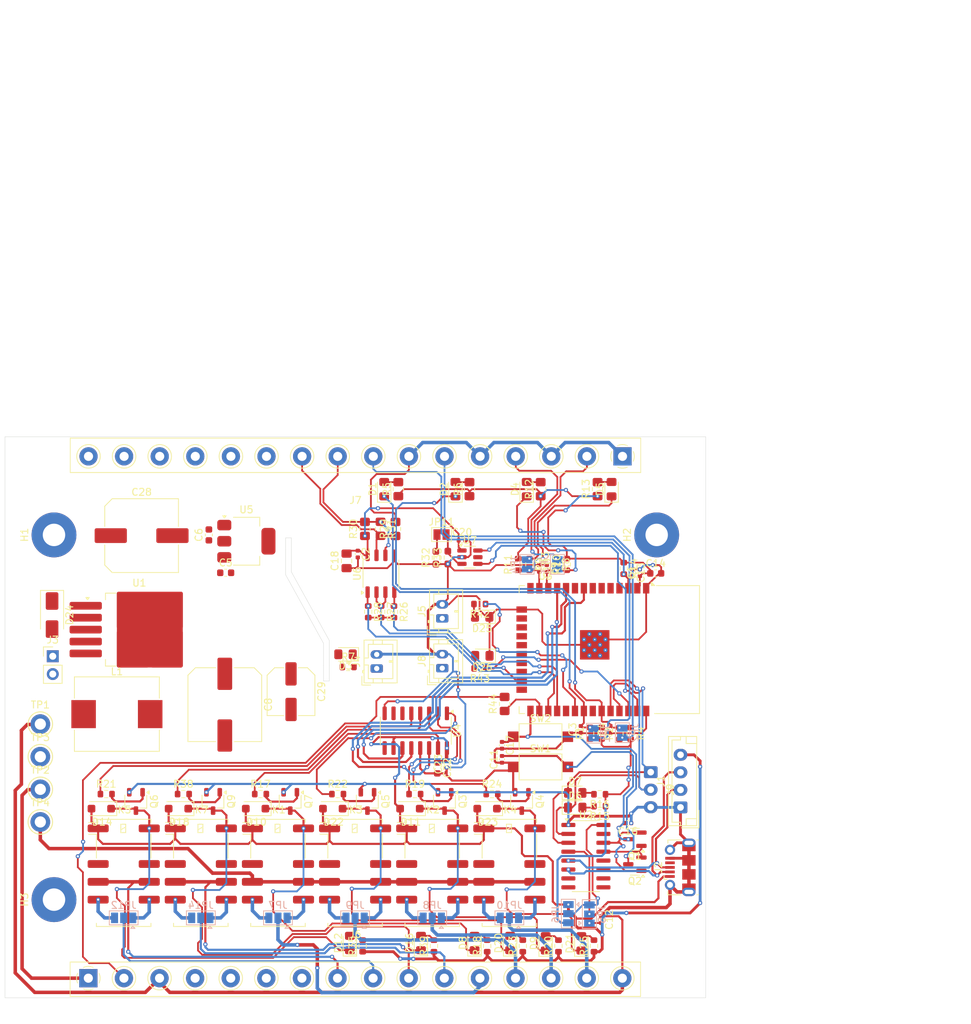
<source format=kicad_pcb>
(kicad_pcb (version 20240108) (generator "pcbnew") (generator_version "8.0")
  (layers (0 "F.Cu" signal) (31 "B.Cu" signal) (34 "B.Paste" user) (35 "F.Paste" user) (36 "B.SilkS" user "B.Silkscreen") (37 "F.SilkS" user "F.Silkscreen") (38 "B.Mask" user) (39 "F.Mask" user) (44 "Edge.Cuts" user))
  (net 0 "")
  (net 1 "+3.3V")
  (net 2 "GND")
  (net 3 "5V")
  (net 4 "IN1")
  (net 5 "IN2")
  (net 6 "IN3")
  (net 7 "IN4")
  (net 8 "ESP_EN")
  (net 9 "Net-(JP5-A)")
  (net 10 "ESP_I0")
  (net 11 "24V")
  (net 12 "Net-(D1-A)")
  (net 13 "Net-(D2-A)")
  (net 14 "Net-(D3-A)")
  (net 15 "Net-(D4-A)")
  (net 16 "Net-(D5-A)")
  (net 17 "Net-(D6-A)")
  (net 18 "ESP_RX")
  (net 19 "ESP_TX")
  (net 20 "Net-(D7-A)")
  (net 21 "Net-(D10-K)")
  (net 22 "Net-(D8-A)")
  (net 23 "Net-(D9-A)")
  (net 24 "Net-(D11-K)")
  (net 25 "Net-(D12-A)")
  (net 26 "Net-(D12-K)")
  (net 27 "Net-(D16-A)")
  (net 28 "Net-(D16-K)")
  (net 29 "Net-(D20-A)")
  (net 30 "Net-(D20-K)")
  (net 31 "Net-(D21-K)")
  (net 32 "Net-(D21-A)")
  (net 33 "Net-(D24-K)")
  (net 34 "Net-(D25-A)")
  (net 35 "Net-(D26-A)")
  (net 36 "/D+")
  (net 37 "/D-")
  (net 39 "DC2_A")
  (net 40 "WS_DIN")
  (net 41 "DC1_A")
  (net 42 "STROBE_BUZZ")
  (net 43 "STROBE_RED")
  (net 44 "DC2_B")
  (net 45 "DC1_B")
  (net 46 "STROBE_GREEN")
  (net 47 "STROBE_ORANGE")
  (net 48 "MODBUS_A")
  (net 49 "IN2_A")
  (net 50 "IN3_A")
  (net 51 "IN1_A")
  (net 52 "IN4_A")
  (net 53 "MODBUS_B")
  (net 56 "Net-(JP5-B)")
  (net 57 "Net-(JP5-C)")
  (net 58 "Net-(JP7-A)")
  (net 59 "Net-(JP7-B)")
  (net 60 "Net-(JP8-A)")
  (net 61 "Net-(JP8-B)")
  (net 62 "Net-(JP9-A)")
  (net 63 "Net-(JP9-B)")
  (net 64 "Net-(JP10-B)")
  (net 65 "Net-(JP10-A)")
  (net 66 "Net-(JP11-A)")
  (net 67 "Net-(JP12-A)")
  (net 68 "Net-(JP12-B)")
  (net 69 "Net-(JP14-A)")
  (net 70 "Net-(JP14-B)")
  (net 83 "Net-(Q1-G)")
  (net 84 "Net-(Q1-S)")
  (net 85 "Net-(Q3-B)")
  (net 86 "Net-(Q4-B)")
  (net 87 "Net-(Q5-B)")
  (net 88 "Net-(Q6-B)")
  (net 89 "Net-(Q7-B)")
  (net 90 "Net-(Q9-B)")
  (net 91 "S_RED")
  (net 92 "S_GREEN")
  (net 93 "DC1")
  (net 94 "S_ORANGE")
  (net 95 "S_BUZZ")
  (net 96 "SLAVE_DI")
  (net 97 "SLAVE_EN")
  (net 98 "SLAVE_RO")
  (net 99 "DC2")
  (net 100 "STAT_1")
  (net 101 "STAT_2")
  (net 102 "Net-(U3-IO4)")
  (net 117 "STATUS_CS")
  (net 121 "WDT_DONE")
  (net 125 "STATUS_CLK")
  (net 128 "STATUS_DIN")
  (net 138 "Net-(JP11-B)")
  (net 139 "Net-(J3-Pin_1)")
  (footprint "Resistor_SMD:R_0805_2012Metric_Pad1.20x1.40mm_HandSolder" (layer "F.Cu") (at 66.2875 7.475 90)
    (property "Reference" "R6")
    (property "Value" "220")
  )
  (footprint "LED_SMD:LED_0805_2012Metric_Pad1.15x1.40mm_HandSolder" (layer "F.Cu") (at 68.1 25.68 180)
    (property "Reference" "D25")
    (property "Value" "LED")
  )
  (footprint "Resistor_SMD:R_0603_1608Metric" (layer "F.Cu") (at 68.8125 72.6 90)
    (property "Reference" "R18")
    (property "Value" "1K")
  )
  (footprint "Button_Switch_SMD:SW_SPST_CK_RS282G05A3" (layer "F.Cu") (at 76.425 47.075)
    (property "Reference" "SW1")
    (property "Value" "SW_Push")
  )
  (footprint "LED_SMD:LED_0805_2012Metric_Pad1.15x1.40mm_HandSolder" (layer "F.Cu") (at 68.125 31.2325 180)
    (property "Reference" "D26")
    (property "Value" "LED")
  )
  (footprint "Resistor_SMD:R_0603_1608Metric" (layer "F.Cu") (at 36.47 50.95)
    (property "Reference" "R17")
    (property "Value" "1K")
  )
  (footprint "LED_SMD:LED_0805_2012Metric_Pad1.15x1.40mm_HandSolder" (layer "F.Cu") (at 81.375 50.775)
    (property "Reference" "D7")
    (property "Value" "LED")
  )
  (footprint "Resistor_SMD:R_0603_1608Metric" (layer "F.Cu") (at 67.75 23.855 180)
    (property "Reference" "R42")
    (property "Value" "1K")
  )
  (footprint "LED_SMD:LED_0805_2012Metric_Pad1.15x1.40mm_HandSolder" (layer "F.Cu") (at 82.2525 72.23 90)
    (property "Reference" "D21")
    (property "Value" "LED")
  )
  (footprint "Capacitor_SMD:C_0402_1005Metric" (layer "F.Cu") (at 85.075 68.85 -90)
    (property "Reference" "C12")
    (property "Value" "0.1uF")
  )
  (footprint "LED_SMD:LED_0805_2012Metric_Pad1.15x1.40mm_HandSolder" (layer "F.Cu") (at 48.6 31.025 180)
    (property "Reference" "D3")
    (property "Value" "LED")
  )
  (footprint "Package_TO_SOT_SMD:TSOT-23" (layer "F.Cu") (at 40.7155 52 -90)
    (property "Reference" "Q7")
    (property "Value" "Q_NPN_BEC")
  )
  (footprint "MountingHole:MountingHole_3.2mm_M3_Pad_TopBottom" (layer "F.Cu") (at 7 14 90)
    (property "Reference" "H1")
    (property "Value" "MountingHole")
  )
  (footprint "Resistor_SMD:R_0603_1608Metric" (layer "F.Cu") (at 73.8925 72.6 90)
    (property "Reference" "R23")
    (property "Value" "1K")
  )
  (footprint "Connector_JST:JST_PH_B2B-PH-K_1x02_P2.00mm_Vertical" (layer "F.Cu") (at 62.4 25.9 90)
    (property "Reference" "J5")
    (property "Value" "Conn_01x02_Socket")
  )
  (footprint "MountingHole:MountingHole_3.2mm_M3_Pad_TopBottom" (layer "F.Cu") (at 7 66 90)
    (property "Reference" "H3")
    (property "Value" "MountingHole")
  )
  (footprint "Resistor_SMD:R_0603_1608Metric" (layer "F.Cu") (at 55.51 24.97 -90)
    (property "Reference" "R26")
    (property "Value" "1K")
  )
  (footprint "TestPoint:TestPoint_Keystone_5005-5009_Compact" (layer "F.Cu") (at 5.05 40.975)
    (property "Reference" "TP1")
    (property "Value" "TestPoint")
  )
  (footprint "Relay_SMD:Relay_DPDT_Kemet_EE2_NU" (layer "F.Cu") (at 27.952 62.19)
    (property "Reference" "K7")
    (property "Value" "EE2-5NU")
  )
  (footprint "Resistor_SMD:R_0603_1608Metric" (layer "F.Cu") (at 87.69 42.305 90)
    (property "Reference" "R2")
    (property "Value" "1K")
  )
  (footprint "Resistor_SMD:R_0603_1608Metric" (layer "F.Cu") (at 69.5 50.95)
    (property "Reference" "R24")
    (property "Value" "1K")
  )
  (footprint "Relay_SMD:Relay_DPDT_Kemet_EE2_NU" (layer "F.Cu") (at 60.973 62.19)
    (property "Reference" "K2")
    (property "Value" "EE2-5NU")
  )
  (footprint "LED_SMD:LED_0805_2012Metric_Pad1.15x1.40mm_HandSolder" (layer "F.Cu") (at 81.375 52.875)
    (property "Reference" "D6")
    (property "Value" "LED")
  )
  (footprint "Resistor_SMD:R_0603_1608Metric" (layer "F.Cu") (at 74.835 18.2075 -90)
    (property "Reference" "R9")
    (property "Value" "1K")
  )
  (footprint "Resistor_SMD:R_0603_1608Metric" (layer "F.Cu") (at 67.775 33.0325 180)
    (property "Reference" "R43")
    (property "Value" "1K")
  )
  (footprint "Capacitor_SMD:C_0402_1005Metric" (layer "F.Cu") (at 89.6 19.375 -90)
    (property "Reference" "C13")
    (property "Value" "0.1uF" (hide yes))
  )
  (footprint "Resistor_SMD:R_0603_1608Metric" (layer "F.Cu") (at 14.45 50.95)
    (property "Reference" "R21")
    (property "Value" "1K")
  )
  (footprint "Resistor_SMD:R_0603_1608Metric" (layer "F.Cu") (at 48.975 32.825)
    (property "Reference" "R7")
    (property "Value" "1K")
  )
  (footprint "Capacitor_SMD:C_0402_1005Metric" (layer "F.Cu") (at 86.39 41.705 90)
    (property "Reference" "C4")
    (property "Value" "0.1uF")
  )
  (footprint "LED_SMD:LED_0805_2012Metric_Pad1.15x1.40mm_HandSolder" (layer "F.Cu") (at 67.0125 72.185 90)
    (property "Reference" "D8")
    (property "Value" "LED")
  )
  (footprint "Package_SO:SOP-8_3.9x4.9mm_P1.27mm" (layer "F.Cu") (at 53.655 19.535 90)
    (property "Reference" "U6")
    (property "Value" "MAX485E")
  )
  (footprint "Resistor_SMD:R_0603_1608Metric" (layer "F.Cu") (at 88.3 18.775 -90)
    (property "Reference" "R14")
    (property "Value" "1K")
  )
  (footprint "Resistor_SMD:R_0805_2012Metric_Pad1.20x1.40mm_HandSolder" (layer "F.Cu") (at 56.135 7.475 90)
    (property "Reference" "R5")
    (property "Value" "220")
  )
  (footprint "LED_SMD:LED_0805_2012Metric_Pad1.15x1.40mm_HandSolder" (layer "F.Cu") (at 72.0925 72.185 90)
    (property "Reference" "D20")
    (property "Value" "LED")
  )
  (footprint "Capacitor_SMD:C_0402_1005Metric" (layer "F.Cu") (at 82.18 41.725 90)
    (property "Reference" "C3")
    (property "Value" "0.1uF")
  )
  (footprint "Resistor_SMD:R_0603_1608Metric" (layer "F.Cu") (at 61.2175 72.6 90)
    (property "Reference" "R39")
    (property "Value" "1K")
  )
  (footprint "LED_SMD:LED_0805_2012Metric_Pad1.15x1.40mm_HandSolder" (layer "F.Cu") (at 74.45 7.475 90)
    (property "Reference" "D4")
    (property "Value" "LED")
  )
  (footprint "Capacitor_SMD:C_0402_1005Metric" (layer "F.Cu") (at 90.6 19.395 90)
    (property "Reference" "C1")
    (property "Value" "0.1uF")
  )
  (footprint "Capacitor_SMD:C_Elec_10x10.2" (layer "F.Cu") (at 19.5 14.1)
    (property "Reference" "C28")
    (property "Value" "100uF")
  )
  (footprint "TestPoint:TestPoint_Keystone_5005-5009_Compact" (layer "F.Cu") (at 5.05 50.275)
    (property "Reference" "TP2")
    (property "Value" "TestPoint")
  )
  (footprint "Capacitor_SMD:C_0603_1608Metric" (layer "F.Cu") (at 61.7 47.225 -90)
    (property "Reference" "C22")
    (property "Value" "22uF")
  )
  (footprint "Connector_JST:JST_PH_B2B-PH-K_1x02_P2.00mm_Vertical" (layer "F.Cu") (at 53.05 33.045 90)
    (property "Reference" "J4")
    (property "Value" "Conn_01x02_Socket")
  )
  (footprint "TerminalBlock_Phoenix:TerminalBlock_Phoenix_MKDS-1,5-16-5.08_1x16_P5.08mm_Horizontal" (layer "F.Cu") (at 88.125 2.8 180)
    (property "Reference" "J7")
    (property "Value" "Screw_Terminal_01x16")
  )
  (footprint "Resistor_SMD:R_0603_1608Metric" (layer "F.Cu") (at 51.84 24.96 -90)
    (property "Reference" "R28")
    (property "Value" "1K")
  )
  (footprint "Resistor_SMD:R_0805_2012Metric_Pad1.20x1.40mm_HandSolder" (layer "F.Cu") (at 71.3 38.1 90)
    (property "Reference" "R44")
    (property "Value" "330")
  )
  (footprint "Resistor_SMD:R_0603_1608Metric" (layer "F.Cu") (at 85.13 42.275 -90)
    (property "Reference" "R3")
    (property "Value" "1K")
  )
  (footprint "Package_TO_SOT_SMD:TSOT-23" (layer "F.Cu") (at 29.704 52 -90)
    (property "Reference" "Q9")
    (property "Value" "Q_NPN_BEC")
  )
  (footprint "Diode_SMD:D_SOD-123F" (layer "F.Cu") (at 35.77 53.025 180)
    (property "Reference" "D10")
    (property "Value" "DIODE")
  )
  (footprint "Package_TO_SOT_SMD:TSOT-23" (layer "F.Cu") (at 51.727 52 -90)
    (property "Reference" "Q5")
    (property "Value" "Q_NPN_BEC")
  )
  (footprint "Capacitor_SMD:C_0402_1005Metric" (layer "F.Cu") (at 63.025 46.67 90)
    (property "Reference" "C23")
    (property "Value" "0.1uF")
  )
  (footprint "Resistor_SMD:R_0805_2012Metric_Pad1.20x1.40mm_HandSolder" (layer "F.Cu") (at 53.6 13.13 -90)
    (property "Reference" "R31")
    (property "Value" "120")
  )
  (footprint "Resistor_SMD:R_0603_1608Metric" (layer "F.Cu") (at 80.175 18.2075 90)
    (property "Reference" "R10")
    (property "Value" "1K")
  )
  (footprint "Resistor_SMD:R_0805_2012Metric_Pad1.20x1.40mm_HandSolder" (layer "F.Cu") (at 51.37 13.14 90)
    (property "Reference" "R30")
    (property "Value" "20K")
  )
  (footprint "Diode_SMD:D_SOD-123F" (layer "F.Cu") (at 13.75 53.025 180)
    (property "Reference" "D14")
    (property "Value" "DIODE")
  )
  (footprint "Package_SO:SOIC-16_3.9x9.9mm_P1.27mm" (layer "F.Cu") (at 58.625 41.915 -90)
    (property "Reference" "U4")
    (property "Value" "74HC595")
  )
  (footprint "Resistor_SMD:R_0805_2012Metric_Pad1.20x1.40mm_HandSolder" (layer "F.Cu") (at 76.445 7.475 90)
    (property "Reference" "R12")
    (property "Value" "220")
  )
  (footprint "Resistor_SMD:R_0603_1608Metric" (layer "F.Cu") (at 83.5 42.275 90)
    (property "Reference" "R1")
    (property "Value" "1K")
  )
  (footprint "Package_TO_SOT_SMD:TSOT-23" (layer "F.Cu") (at 18.6925 52 -90)
    (property "Reference" "Q6")
    (property "Value" "Q_NPN_BEC")
  )
  (footprint "LED_SMD:LED_0805_2012Metric_Pad1.15x1.40mm_HandSolder" (layer "F.Cu") (at 54.12 7.475 90)
    (property "Reference" "D1")
    (property "Value" "LED")
  )
  (footprint "RF_Module:ESP32-WROOM-32" (layer "F.Cu") (at 83.25 30.35 -90)
    (property "Reference" "U3")
    (property "Value" "ESP32-WROOM-32")
  )
  (footprint "Diode_SMD:D_SOD-123F" (layer "F.Cu") (at 24.76 53.025 180)
    (property "Reference" "D18")
    (property "Value" "DIODE")
  )
  (footprint "Resistor_SMD:R_0603_1608Metric" (layer "F.Cu") (at 89.29 42.305 -90)
    (property "Reference" "R4")
    (property "Value" "1K")
  )
  (footprint "LED_SMD:LED_0805_2012Metric_Pad1.15x1.40mm_HandSolder" (layer "F.Cu") (at 64.2875 7.475 90)
    (property "Reference" "D2")
    (property "Value" "LED")
  )
  (footprint "Resistor_SMD:R_0603_1608Metric" (layer "F.Cu") (at 78.985 72.6 90)
    (property "Reference" "R20")
    (property "Value" "1K")
  )
  (footprint "Resistor_SMD:R_0603_1608Metric" (layer "F.Cu") (at 58.49 50.95)
    (property "Reference" "R19")
    (property "Value" "1K")
  )
  (footprint "Relay_SMD:Relay_DPDT_Kemet_EE2_NU" (layer "F.Cu") (at 71.98 62.19)
    (property "Reference" "K4")
    (property "Value" "EE2-5NU")
  )
  (footprint "Capacitor_SMD:C_0402_1005Metric" (layer "F.Cu") (at 50.35 16.725 -90)
    (property "Reference" "C2")
    (property "Value" "0.1uF")
  )
  (footprint "Resistor_SMD:R_0603_1608Metric" (layer "F.Cu") (at 78.625 18.2075 -90)
    (property "Reference" "R8")
    (property "Value" "1K")
  )
  (footprint "Package_TO_SOT_SMD:SOT-23" (layer "F.Cu") (at 89.8875 60.95 180)
    (property "Reference" "Q2")
    (property "Value" "BSS138")
  )
  (footprint "Resistor_SMD:R_0805_2012Metric_Pad1.20x1.40mm_HandSolder" (layer "F.Cu") (at 55.73 13.15 90)
    (property "Reference" "R29")
    (property "Value" "20K")
  )
  (footprint "Package_TO_SOT_SMD:SOT-223-3_TabPin2" (layer "F.Cu") (at 34.45 14.9)
    (property "Reference" "U5")
    (property "Value" "AMS1117-3.3")
  )
  (footprint "Capacitor_SMD:C_0603_1608Metric" (layer "F.Cu") (at 92.865 19.48)
    (property "Reference" "C14")
    (property "Value" "22uF")
  )
  (footprint "LED_SMD:LED_0805_2012Metric_Pad1.15x1.40mm_HandSolder" (layer "F.Cu") (at 49.2225 72.185 90)
    (property "Reference" "D12")
    (property "Value" "LED")
  )
  (footprint "Diode_SMD:D_SMA" (layer "F.Cu") (at 6.725 25.425 -90)
    (property "Reference" "D24")
    (property "Value" "SS54")
  )
  (footprint "Capacitor_SMD:C_0402_1005Metric" (layer "F.Cu") (at 70.925 43.995 -90)
    (property "Reference" "C17")
    (property "Value" "0.1uF")
  )
  (footprint "LED_SMD:LED_0805_2012Metric_Pad1.15x1.40mm_HandSolder" (layer "F.Cu") (at 77.16 72.23 90)
    (property "Reference" "D9")
    (property "Value" "LED")
  )
  (footprint "Capacitor_SMD:C_Elec_10x10.2" (layer "F.Cu") (at 31.375 38.2 -90)
    (property "Reference" "C8")
    (property "Value" "1000uF")
  )
  (footprint "Connector_USB:USB_Micro-B_Molex-105017-0001" (layer "F.Cu") (at 96.3625 61.4 90)
    (property "Reference" "J2")
    (property "Value" "USB_B_Micro")
  )
  (footprint "Package_SO:SOP-16_3.9x9.9mm_P1.27mm" (layer "F.Cu") (at 82.9 59.8)
    (property "Reference" "U2")
    (property "Value" "CH340C")
  )
  (footprint "Package_TO_SOT_SMD:SOT-23" (layer "F.Cu") (at 89.8875 57.3875 180)
    (property "Reference" "Q1")
    (property "Value" "BSS138")
  )
  (footprint "Package_TO_SOT_SMD:TSOT-23" (layer "F.Cu") (at 62.7385 52 -90)
    (property "Reference" "Q3")
    (property "Value" "Q_NPN_BEC")
  )
  (footprint "Resistor_SMD:R_0603_1608Metric_Pad0.98x0.95mm_HandSolder" (layer "F.Cu") (at 61.5 17.25 90)
    (property "Reference" "R32")
    (property "Value" "10K")
  )
  (footprint "Capacitor_SMD:C_0603_1608Metric" (layer "F.Cu") (at 29.1 14 90)
    (property "Reference" "C6")
    (property "Value" "22uF")
  )
  (footprint "Capacitor_SMD:C_0402_1005Metric" (layer "F.Cu") (at 65.22 14.7775)
    (property "Reference" "C20")
    (property "Value" "0.1uF")
  )
  (footprint "Relay_SMD:Relay_DPDT_Kemet_EE2_NU" (layer "F.Cu") (at 38.959 62.19)
    (property "Reference" "K1")
    (property "Value" "EE2-5NU")
  )
  (footprint "Package_TO_SOT_SMD:SOT-23-6" (layer "F.Cu") (at 66.35 17.175)
    (property "Reference" "U7")
    (property "Value" "TPL5010")
  )
  (footprint "LED_SMD:LED_0805_2012Metric_Pad1.15x1.40mm_HandSolder" (layer "F.Cu") (at 86.5625 7.475 90)
    (property "Reference" "D5")
    (property "Value" "LED")
  )
  (footprint "MountingHole:MountingHole_3.2mm_M3_Pad_TopBottom" (layer "F.Cu") (at 93 14 90)
    (property "Reference" "H2")
    (property "Value" "MountingHole")
  )
  (footprint "Resistor_SMD:R_0603_1608Metric" (layer "F.Cu") (at 47.48 50.95)
    (property "Reference" "R22")
    (property "Value" "1K")
  )
  (footprint "Package_TO_SOT_SMD:TSOT-23" (layer "F.Cu") (at 73.75 52 -90)
    (property "Reference" "Q4")
    (property "Value" "Q_NPN_BEC")
  )
  (footprint "Diode_SMD:D_SOD-123F" (layer "F.Cu") (at 68.8 53.025 180)
    (property "Reference" "D23")
    (property "Value" "DIODE")
  )
  (footprint "Capacitor_SMD:C_0402_1005Metric" (layer "F.Cu") (at 76.235 18.7775 -90)
    (property "Reference" "C10")
    (property "Value" "0.1uF")
  )
  (footprint "Resistor_SMD:R_0603_1608Metric" (layer "F.Cu") (at 53.68 24.96 -90)
    (property "Reference" "R27")
    (property "Value" "1K")
  )
  (footprint "Capacitor_SMD:C_0603_1608Metric" (layer "F.Cu") (at 31.5 19.4)
    (property "Reference" "C5")
    (property "Value" "22uF")
  )
  (footprint "Inductor_SMD:L_Chilisin_BMRF00101040" (layer "F.Cu") (at 15.975 39.55)
    (property "Reference" "L1")
    (property "Value" "33uH")
  )
  (footprint "Resistor_SMD:R_0603_1608Metric" (layer "F.Cu") (at 84.0525 72.6 90)
    (property "Reference" "R25")
    (property "Value" "1K")
  )
  (footprint "Resistor_SMD:R_0603_1608Metric" (layer "F.Cu") (at 84.875 52.675 180)
    (property "Reference" "R15")
    (property "Value" "1K")
  )
  (footprint "Package_TO_SOT_SMD:TO-263-5_TabPin3" (layer "F.Cu") (at 19.175 27.5)
    (property "Reference" "U1")
    (property "Value" "LM2596S-5")
  )
  (footprint "Button_Switch_SMD:SW_SPST_CK_RS282G05A3" (layer "F.Cu") (at 76.425 42.775)
    (property "Reference" "SW2")
    (property "Value" "SW_Push")
  )
  (footprint "TerminalBlock_Phoenix:TerminalBlock_Phoenix_MKDS-1,5-16-5.08_1x16_P5.08mm_Horizontal" (layer "F.Cu") (at 11.9 77.2)
    (property "Reference" "J6")
    (property "Value" "Screw_Terminal_01x16")
  )
  (footprint "Relay_SMD:Relay_DPDT_Kemet_EE2_NU" (layer "F.Cu") (at 16.945 62.19)
    (property "Reference" "K5")
    (property "Value" "EE2-5NU")
  )
  (footprint "Resistor_SMD:R_0603_1608Metric" (layer "F.Cu") (at 84.875 50.975 180)
    (property "Reference" "R16")
    (property "Value" "1K")
  )
  (footprint "Connector_JST:JST_EH_B4B-EH-A_1x04_P2.50mm_Vertical" (layer "F.Cu") (at 96.4 52.85 90)
    (property "Reference" "J1")
    (property "Value" "Conn_01x04_Socket")
  )
  (footprint "LED_SMD:LED_0805_2012Metric_Pad1.15x1.40mm_HandSolder" (layer "F.Cu") (at 59.3675 72.185 90)
    (property "Reference" "D16")
    (property "Value" "LED")
  )
  (footprint "TestPoint:TestPoint_Keystone_5005-5009_Compact" (layer "F.Cu") (at 5.05 54.925)
    (property "Reference" "TP4")
    (property "Value" "TestPoint")
  )
  (footprint "TestPoint:TestPoint_Keystone_5005-5009_Compact" (layer "F.Cu") (at 5.05 45.625)
    (property "Reference" "TP3")
    (property "Value" "TestPoint")
  )
  (footprint "Resistor_SMD:R_0603_1608Metric" (layer "F.Cu") (at 51.0425 72.6 90)
    (property "Reference" "R35")
    (property "Value" "1K")
  )
  (footprint "Connector_JST:JST_EH_B3B-EH-A_1x03_P2.50mm_Vertical" (layer "F.Cu") (at 92.15 47.825 -90)
    (property "Reference" "J9")
    (property "Value" "Conn_01x03_Socket" (hide yes))
  )
  (footprint "Resistor_SMD:R_0603_1608Metric" (layer "F.Cu") (at 25.46 50.95)
    (property "Reference" "R38")
    (property "Value" "1K")
  )
  (footprint "Capacitor_SMD:C_0402_1005Metric" (layer "F.Cu") (at 70.925 45.995 90)
    (property "Reference" "C11")
    (property "Value" "0.1uF")
  )
  (footprint "Connector_PinHeader_2.54mm:PinHeader_1x02_P2.54mm_Vertical" (layer "F.Cu") (at 6.825 31.3)
    (property "Reference" "J3")
    (property "Value" "Conn_01x02_Socket")
  )
  (footprint "Capacitor_SMD:C_0402_1005Metric" (layer "F.Cu") (at 77.325 18.7775 -90)
    (property "Reference" "C9")
    (property "Value" "0.1uF")
  )
  (footprint "Jumper:SolderJumper-2_P1.3mm_Open_Pad1.0x1.5mm" (layer "F.Cu") (at 62.3 13.95)
    (property "Reference" "JP11")
    (property "Value" "SolderJumper_2_Open")
  )
  (footprint "Capacitor_SMD:C_0402_1005Metric" (layer "F.Cu") (at 88.8875 55.0875 180)
    (property "Reference" "C16")
    (property "Value" "0.1uF")
  )
  (footprint "Capacitor_SMD:C_0805_2012Metric_Pad1.18x1.45mm_HandSolder" (layer "F.Cu") (at 48.75 17.7 90)
    (property "Reference" "C18")
    (property "Value" "10uF")
  )
  (footprint "Diode_SMD:D_SOD-123F" (layer "F.Cu") (at 46.78 53.025 180)
    (property "Reference" "D22")
    (property "Value" "DIODE")
  )
  (footprint "Resistor_SMD:R_0603_1608Metric" (layer "F.Cu") (at 73.235 18.2075 90)
    (property "Reference" "R11")
    (property "Value" "1K")
  )
  (footprint "Diode_SMD:D_SOD-123F" (layer "F.Cu") (at 57.79 53.025 180)
    (property "Reference" "D11")
    (property "Value" "DIODE")
  )
  (footprint "Connector_JST:JST_PH_B2B-PH-K_1x02_P2.00mm_Vertical" (layer "F.Cu") (at 62.4 33 90)
    (property "Reference" "J8")
    (property "Value" "Conn_01x02_Socket")
  )
  (footprint "Capacitor_SMD:C_Elec_6.3x7.7" (layer "F.Cu") (at 40.825 36.35 -90)
    (property "Reference" "C29")
    (property "Value" "220uF")
  )
  (footprint "Resistor_SMD:R_0805_2012Metric_Pad1.20x1.40mm_HandSolder" (layer "F.Cu") (at 84.5625 7.475 90)
    (property "Reference" "R13")
    (property "Value" "220")
  )
  (footprint "Resistor_SMD:R_0603_1608Metric_Pad0.98x0.95mm_HandSolder" (layer "F.Cu") (at 63.2 17.23 90)
    (property "Reference" "R33")
    (property "Value" "40.2K")
  )
  (footprint "Relay_SMD:Relay_DPDT_Kemet_EE2_NU" (layer "F.Cu") (at 49.966 62.19)
    (property "Reference" "K3")
    (property "Value" "EE2-5NU")
  )
  (footprint "Jumper:SolderJumper-3_P1.3mm_Open_Pad1.0x1.5mm" (layer "B.Cu") (at 80.4 68 -90)
    (property "Reference" "JP6")
    (property "Value" "SolderJumper_3_Open")
  )
  (footprint "Jumper:SolderJumper-3_P1.3mm_Open_Pad1.0x1.5mm" (layer "B.Cu") (at 27.952 68.6 180)
    (property "Reference" "JP14")
    (property "Value" "SolderJumper_3_Open")
  )
  (footprint "Jumper:SolderJumper-3_P1.3mm_Open_Pad1.0x1.5mm" (layer "B.Cu") (at 38.959 68.6 180)
    (property "Reference" "JP7")
    (property "Value" "SolderJumper_3_Open")
  )
  (footprint "Jumper:SolderJumper-3_P1.3mm_Open_Pad1.0x1.5mm" (layer "B.Cu") (at 49.966 68.6 180)
    (property "Reference" "JP9")
    (property "Value" "SolderJumper_3_Open")
  )
  (footprint "Jumper:SolderJumper-2_P1.3mm_Open_Pad1.0x1.5mm" (layer "B.Cu") (at 74.5 18.2 -90)
    (property "Reference" "JP4")
    (property "Value" "SolderJumper_2_Open")
  )
  (footprint "Jumper:SolderJumper-3_P1.3mm_Open_Pad1.0x1.5mm" (layer "B.Cu") (at 83.4 68.05 90)
    (property "Reference" "JP5")
    (property "Value" "SolderJumper_3_Open")
  )
  (footprint "Jumper:SolderJumper-2_P1.3mm_Open_Pad1.0x1.5mm" (layer "B.Cu") (at 84.01 42.275 90)
    (property "Reference" "JP1")
    (property "Value" "SolderJumper_2_Open")
  )
  (footprint "Jumper:SolderJumper-2_P1.3mm_Open_Pad1.0x1.5mm" (layer "B.Cu") (at 78.835 18.1925 -90)
    (property "Reference" "JP3")
    (property "Value" "SolderJumper_2_Open")
  )
  (footprint "Jumper:SolderJumper-3_P1.3mm_Open_Pad1.0x1.5mm" (layer "B.Cu") (at 71.98 68.6 180)
    (property "Reference" "JP10")
    (property "Value" "SolderJumper_3_Open")
  )
  (footprint "Jumper:SolderJumper-3_P1.3mm_Open_Pad1.0x1.5mm" (layer "B.Cu") (at 16.945 68.6 180)
    (property "Reference" "JP12")
    (property "Value" "SolderJumper_3_Open")
  )
  (footprint "Jumper:SolderJumper-2_P1.3mm_Open_Pad1.0x1.5mm" (layer "B.Cu") (at 88.1 42.2 90)
    (property "Reference" "JP2")
    (property "Value" "SolderJumper_2_Open")
  )
  (footprint "Jumper:SolderJumper-3_P1.3mm_Open_Pad1.0x1.5mm" (layer "B.Cu") (at 60.973 68.6 180)
    (property "Reference" "JP8")
    (property "Value" "SolderJumper_3_Open")
  )
  (gr_line (start 45.45 32.6125) (end 45.45 34.825) (stroke (width 0.05)) (layer "Edge.Cuts"))
  (gr_line (start 40.05 19.675) (end 45.45 29.4375) (stroke (width 0.05)) (layer "Edge.Cuts"))
  (gr_line (start 40.05 14.425) (end 40.875 14.425) (stroke (width 0.05)) (layer "Edge.Cuts"))
  (gr_line (start 45.45 32.6125) (end 45.45 29.4375) (stroke (width 0.05)) (layer "Edge.Cuts"))
  (gr_line (start 40.05 14.425) (end 40.05 16.1) (stroke (width 0.05)) (layer "Edge.Cuts"))
  (gr_line (start 46.275 29.0375) (end 40.875 19.275) (stroke (width 0.05)) (layer "Edge.Cuts"))
  (gr_line (start 46.275 29.0375) (end 46.275 32.6125) (stroke (width 0.05)) (layer "Edge.Cuts"))
  (gr_line (start 40.875 16.1) (end 40.875 14.425) (stroke (width 0.05)) (layer "Edge.Cuts"))
  (gr_line (start 46.275 32.6125) (end 46.275 34.825) (stroke (width 0.05)) (layer "Edge.Cuts"))
  (gr_rect (start 0 0) (end 100 80) (stroke (width 0.05)) (fill none) (layer "Edge.Cuts"))
  (gr_line (start 40.875 16.1) (end 40.875 19.275) (stroke (width 0.05)) (layer "Edge.Cuts"))
  (gr_line (start 40.05 19.675) (end 40.05 16.1) (stroke (width 0.05)) (layer "Edge.Cuts"))
  (gr_line (start 46.275 34.825) (end 45.45 34.825) (stroke (width 0.05)) (layer "Edge.Cuts"))
  (segment (start 79.625 15.575) (end 78 15.575) (width 0.25) (layer "F.Cu") (net 1))
  (segment (start 73.235 16.54) (end 74.675 15.1) (width 0.25) (layer "F.Cu") (net 1))
  (segment (start 76.445 9.918604) (end 76.445 8.475) (width 0.25) (layer "F.Cu") (net 1))
  (segment (start 92.09 19.48) (end 90.995 19.48) (width 0.25) (layer "F.Cu") (net 1))
  (segment (start 85.7 50.975) (end 87.825 50.975) (width 0.25) (layer "F.Cu") (net 1))
  (segment (start 74.675 11.688604) (end 76.445 9.918604) (width 0.25) (layer "F.Cu") (net 1))
  (segment (start 75.875 7.475) (end 76.445 8.045) (width 0.25) (layer "F.Cu") (net 1))
  (segment (start 56.95 7.475) (end 66 7.475) (width 0.25) (layer "F.Cu") (net 1))
  (segment (start 56.135 8.475) (end 56.135 8.29) (width 0.25) (layer "F.Cu") (net 1))
  (segment (start 66.65 7.475) (end 75.875 7.475) (width 0.25) (layer "F.Cu") (net 1))
  (segment (start 85.425 44.2) (end 88.975 44.2) (width 0.25) (layer "F.Cu") (net 1))
  (segment (start 76.445 8.045) (end 76.445 8.475) (width 0.25) (layer "F.Cu") (net 1))
  (segment (start 56.135 8.29) (end 56.95 7.475) (width 0.25) (layer "F.Cu") (net 1))
  (segment (start 78.55 10.5) (end 80 10.5) (width 0.25) (layer "F.Cu") (net 1))
  (segment (start 88.975 47.2) (end 89.29 46.885) (width 0.25) (layer "F.Cu") (net 1))
  (segment (start 89 49.8) (end 89 48.9) (width 0.25) (layer "F.Cu") (net 1))
  (segment (start 90.995 19.48) (end 90.6 19.875) (width 0.25) (layer "F.Cu") (net 1))
  (segment (start 78 15.575) (end 77.525 15.1) (width 0.25) (layer "F.Cu") (net 1))
  (segment (start 92.09 19.005) (end 92.09 19.48) (width 0.25) (layer "F.Cu") (net 1))
  (segment (start 66.2875 7.8375) (end 66.65 7.475) (width 0.25) (layer "F.Cu") (net 1))
  (segment (start 66.2875 7.7625) (end 66.2875 8.475) (width 0.25) (layer "F.Cu") (net 1))
  (segment (start 66.2875 8.475) (end 66.2875 7.8375) (width 0.25) (layer "F.Cu") (net 1))
  (segment (start 85.13 43.905) (end 85.425 44.2) (width 0.25) (layer "F.Cu") (net 1))
  (segment (start 87.825 50.975) (end 88.525 50.275) (width 0.25) (layer "F.Cu") (net 1))
  (segment (start 89.29 43.885) (end 89.29 43.13) (width 0.25) (layer "F.Cu") (net 1))
  (segment (start 80.175 17.3825) (end 80.175 16.125) (width 0.25) (layer "F.Cu") (net 1))
  (segment (start 88.3 17.95) (end 87.7325 17.3825) (width 0.25) (layer "F.Cu") (net 1))
  (segment (start 84.5625 8.475) (end 80.925 8.475) (width 0.25) (layer "F.Cu") (net 1))
  (segment (start 90.6 19.875) (end 90.6 21.23) (width 0.25) (layer "F.Cu") (net 1))
  (segment (start 88.525 50.275) (end 89 49.8) (width 0.25) (layer "F.Cu") (net 1))
  (segment (start 66 7.475) (end 66.2875 7.7625) (width 0.25) (layer "F.Cu") (net 1))
  (segment (start 90.6 21.23) (end 90.23 21.6) (width 0.25) (layer "F.Cu") (net 1))
  (segment (start 85.7 50.975) (end 85.7 52.675) (width 0.25) (layer "F.Cu") (net 1))
  (segment (start 88.975 44.2) (end 89.29 43.885) (width 0.25) (layer "F.Cu") (net 1))
  (segment (start 73.235 17.3825) (end 73.235 16.54) (width 0.25) (layer "F.Cu") (net 1))
  (segment (start 88.3 17.95) (end 91.035 17.95) (width 0.25) (layer "F.Cu") (net 1))
  (segment (start 77.525 15.1) (end 77.525 11.525) (width 0.25) (layer "F.Cu") (net 1))
  (segment (start 85.13 43.1) (end 85.13 43.905) (width 0.25) (layer "F.Cu") (net 1))
  (segment (start 80.175 16.125) (end 79.625 15.575) (width 0.25) (layer "F.Cu") (net 1))
  (segment (start 74.675 15.1) (end 74.675 11.688604) (width 0.25) (layer "F.Cu") (net 1))
  (segment (start 77.525 11.525) (end 78.55 10.5) (width 0.25) (layer "F.Cu") (net 1))
  (segment (start 80.925 8.475) (end 80.05 7.6) (width 0.25) (layer "F.Cu") (net 1))
  (segment (start 89.29 46.885) (end 89.29 43.13) (width 0.25) (layer "F.Cu") (net 1))
  (segment (start 87.7325 17.3825) (end 80.175 17.3825) (width 0.25) (layer "F.Cu") (net 1))
  (segment (start 91.035 17.95) (end 92.09 19.005) (width 0.25) (layer "F.Cu") (net 1))
  (via (at 89 48.9) (size 0.6) (drill 0.3) (layers "F.Cu" "B.Cu") (net 1))
  (via (at 80.05 7.6) (size 0.6) (drill 0.3) (layers "F.Cu" "B.Cu") (net 1))
  (via (at 88.975 47.2) (size 0.6) (drill 0.3) (layers "F.Cu" "B.Cu") (net 1))
  (via (at 84.5625 8.475) (size 0.6) (drill 0.3) (layers "F.Cu" "B.Cu") (net 1))
  (via (at 85.7 52.675) (size 0.6) (drill 0.3) (layers "F.Cu" "B.Cu") (net 1))
  (via (at 76.445 8.475) (size 0.6) (drill 0.3) (layers "F.Cu" "B.Cu") (net 1))
  (via (at 80 10.5) (size 0.6) (drill 0.3) (layers "F.Cu" "B.Cu") (net 1))
  (segment (start 85.7 59.25) (end 85.7 52.675) (width 0.3) (layer "B.Cu") (net 1))
  (segment (start 80 10.5) (end 82.025 8.475) (width 0.25) (layer "B.Cu") (net 1))
  (segment (start 82.025 8.475) (end 84.5625 8.475) (width 0.25) (layer "B.Cu") (net 1))
  (segment (start 80.05 7.6) (end 77.32 7.6) (width 0.25) (layer "B.Cu") (net 1))
  (segment (start 79.415 59.785) (end 85.165 59.785) (width 0.3) (layer "B.Cu") (net 1))
  (segment (start 78.85 60.35) (end 79.415 59.785) (width 0.3) (layer "B.Cu") (net 1))
  (segment (start 80.4 69.3) (end 79.35 69.3) (width 0.3) (layer "B.Cu") (net 1))
  (segment (start 85.165 59.785) (end 85.7 59.25) (width 0.3) (layer "B.Cu") (net 1))
  (segment (start 89 48.9) (end 89 47.225) (width 0.25) (layer "B.Cu") (net 1))
  (segment (start 79.35 69.3) (end 78.85 68.8) (width 0.3) (layer "B.Cu") (net 1))
  (segment (start 77.32 7.6) (end 76.445 8.475) (width 0.25) (layer "B.Cu") (net 1))
  (segment (start 78.85 68.8) (end 78.85 60.35) (width 0.3) (layer "B.Cu") (net 1))
  (segment (start 89 47.225) (end 88.975 47.2) (width 0.25) (layer "B.Cu") (net 1))
  (segment (start 63.025 47.15) (end 63.025 48.25) (width 0.3) (layer "F.Cu") (net 2))
  (segment (start 3.2 41.025) (end 4.3 41.025) (width 0.5) (layer "F.Cu") (net 2))
  (segment (start 48.75 18.7375) (end 50 18.7375) (width 0.25) (layer "F.Cu") (net 2))
  (segment (start 61.35 31) (end 62.4 31) (width 0.4) (layer "F.Cu") (net 2))
  (segment (start 61.325 23.9) (end 60.4 24.825) (width 0.4) (layer "F.Cu") (net 2))
  (segment (start 23.525 79.225) (end 22.06 77.76) (width 0.5) (layer "F.Cu") (net 2))
  (segment (start 50.777 50.073) (end 51.35 49.5) (width 0.3) (layer "F.Cu") (net 2))
  (segment (start 67.275 22.725) (end 64.525 22.725) (width 0.25) (layer "F.Cu") (net 2))
  (segment (start 97.6 57.9) (end 95.9 57.9) (width 0.4) (layer "F.Cu") (net 2))
  (segment (start 91.5 21.6) (end 91.5 27.825) (width 0.25) (layer "F.Cu") (net 2))
  (segment (start 86.48 42.275) (end 90.825 42.275) (width 0.25) (layer "F.Cu") (net 2))
  (segment (start 94.9 66.6) (end 94.375 67.125) (width 0.5) (layer "F.Cu") (net 2))
  (segment (start 53.025 5.325) (end 57.05 5.325) (width 0.25) (layer "F.Cu") (net 2))
  (segment (start 82.18 42.205) (end 80.895 42.205) (width 0.25) (layer "F.Cu") (net 2))
  (segment (start 66.45 15.075) (end 66.45 16.825) (width 0.25) (layer "F.Cu") (net 2))
  (segment (start 87.725 79.225) (end 23.525 79.225) (width 0.5) (layer "F.Cu") (net 2))
  (segment (start 73.74 24.64) (end 76.065 24.64) (width 0.25) (layer "F.Cu") (net 2))
  (segment (start 94.375 67.125) (end 86.32 67.125) (width 0.5) (layer "F.Cu") (net 2))
  (segment (start 71.925 46.475) (end 72.525 47.075) (width 0.3) (layer "F.Cu") (net 2))
  (segment (start 70.15 44.475) (end 70.925 44.475) (width 0.3) (layer "F.Cu") (net 2))
  (segment (start 50 18.7375) (end 50.0875 18.7375) (width 0.25) (layer "F.Cu") (net 2))
  (segment (start 70.925 44.475) (end 78.625 44.475) (width 0.3) (layer "F.Cu") (net 2))
  (segment (start 94.9 63.9) (end 95.9 64.9) (width 0.5) (layer "F.Cu") (net 2))
  (segment (start 63.2 18.1425) (end 63.2 23.1) (width 0.25) (layer "F.Cu") (net 2))
  (segment (start 82.25 42.275) (end 82.18 42.205) (width 0.25) (layer "F.Cu") (net 2))
  (segment (start 63.8 49.025) (end 68.425 49.025) (width 0.3) (layer "F.Cu") (net 2))
  (segment (start 61.7 48) (end 62.7 48) (width 0.3) (layer "F.Cu") (net 2))
  (segment (start 60.4 24.825) (end 60.4 30.05) (width 0.4) (layer "F.Cu") (net 2))
  (segment (start 90.825 42.275) (end 91.5 41.6) (width 0.25) (layer "F.Cu") (net 2))
  (segment (start 81.2 54.1) (end 89 54.1) (width 0.4) (layer "F.Cu") (net 2))
  (segment (start 64.65 36.1) (end 64.65 33.7) (width 0.25) (layer "F.Cu") (net 2))
  (segment (start 88.1 78.85) (end 87.725 79.225) (width 0.5) (layer "F.Cu") (net 2))
  (segment (start 70.1 46.475) (end 69.9 46.275) (width 0.3) (layer "F.Cu") (net 2))
  (segment (start 57.05 5.325) (end 57.645 4.73) (width 0.25) (layer "F.Cu") (net 2))
  (segment (start 54.18 38.195) (end 54.65 37.725) (width 0.25) (layer "F.Cu") (net 2))
  (segment (start 69.9 46.275) (end 69.9 44.725) (width 0.3) (layer "F.Cu") (net 2))
  (segment (start 52.225 10.35) (end 52.225 6.125) (width 0.25) (layer "F.Cu") (net 2))
  (segment (start 64.525 22.725) (end 63.35 23.9) (width 0.25) (layer "F.Cu") (net 2))
  (segment (start 62.7 48) (end 63.025 47.675) (width 0.3) (layer "F.Cu") (net 2))
  (segment (start 64.1325 19.075) (end 63.2 18.1425) (width 0.25) (layer "F.Cu") (net 2))
  (segment (start 91.5 21.6) (end 91.5 21.35) (width 0.25) (layer "F.Cu") (net 2))
  (segment (start 50.0875 18.7375) (end 50.375 18.45) (width 0.25) (layer "F.Cu") (net 2))
  (segment (start 96.4 52.85) (end 96.4 56.7) (width 0.4) (layer "F.Cu") (net 2))
  (segment (start 63.025 48.25) (end 63.8 49.025) (width 0.3) (layer "F.Cu") (net 2))
  (segment (start 76.675 25.25) (end 76.675 29.175) (width 0.25) (layer "F.Cu") (net 2))
  (segment (start 76.675 29.175) (end 77.17 29.67) (width 0.25) (layer "F.Cu") (net 2))
  (segment (start 59.26 44.39) (end 59.26 47.285) (width 0.3) (layer "F.Cu") (net 2))
  (segment (start 52.225 6.125) (end 53.025 5.325) (width 0.25) (layer "F.Cu") (net 2))
  (segment (start 55.73 12.15) (end 55.73 11.105) (width 0.25) (layer "F.Cu") (net 2))
  (segment (start 89 54.1) (end 89.3675 53.7325) (width 0.4) (layer "F.Cu") (net 2))
  (segment (start 88.1 77.2) (end 88.1 78.85) (width 0.5) (layer "F.Cu") (net 2))
  (segment (start 55.45 10.825) (end 52.7 10.825) (width 0.25) (layer "F.Cu") (net 2))
  (segment (start 63.35 23.9) (end 62.4 23.9) (width 0.25) (layer "F.Cu") (net 2))
  (segment (start 91.5 27.825) (end 90.4175 28.9075) (width 0.25) (layer "F.Cu") (net 2))
  (segment (start 88.1 68.9) (end 88.1 77.2) (width 0.3) (layer "F.Cu") (net 2))
  (segment (start 89.6 18.895) (end 90.58 18.895) (width 0.25) (layer "F.Cu") (net 2))
  (segment (start 97.3 60.1) (end 94.9 60.1) (width 0.4) (layer "F.Cu") (net 2))
  (segment (start 61.5 18.1625) (end 56.0625 18.1625) (width 0.25) (layer "F.Cu") (net 2))
  (segment (start 76.235 18.2975) (end 70.0775 18.2975) (width 0.25) (layer "F.Cu") (net 2))
  (segment (start 85.075 68.37) (end 87.57 68.37) (width 0.3) (layer "F.Cu") (net 2))
  (segment (start 70.925 46.475) (end 70.1 46.475) (width 0.3) (layer "F.Cu") (net 2))
  (segment (start 66.1 17.175) (end 65.2125 17.175) (width 0.25) (layer "F.Cu") (net 2))
  (segment (start 94.9 63.9) (end 94.9 66.6) (width 0.5) (layer "F.Cu") (net 2))
  (segment (start 57.645 4.73) (end 57.645 2.8) (width 0.25) (layer "F.Cu") (net 2))
  (segment (start 67.725 23.175) (end 67.275 22.725) (width 0.25) (layer "F.Cu") (net 2))
  (segment (start 86.39 42.185) (end 86.48 42.275) (width 0.25) (layer "F.Cu") (net 2))
  (segment (start 77.17 29.67) (end 84.16 29.67) (width 0.25) (layer "F.Cu") (net 2))
  (segment (start 2.35 49.55) (end 2.35 41.875) (width 0.5) (layer "F.Cu") (net 2))
  (segment (start 60.4 30.05) (end 61.35 31) (width 0.4) (layer "F.Cu") (net 2))
  (segment (start 78.625 44.475) (end 80.325 42.775) (width 0.3) (layer "F.Cu") (net 2))
  (segment (start 69.9 44.725) (end 70.15 44.475) (width 0.3) (layer "F.Cu") (net 2))
  (segment (start 80.4 55.355) (end 80.4 54.9) (width 0.4) (layer "F.Cu") (net 2))
  (segment (start 69.125 25.68) (end 70.165 24.64) (width 0.25) (layer "F.Cu") (net 2))
  (segment (start 4.25 79.225) (end 1.475 76.45) (width 0.5) (layer "F.Cu") (net 2))
  (segment (start 68.68 25.68) (end 67.725 24.725) (width 0.25) (layer "F.Cu") (net 2))
  (segment (start 70.0775 18.2975) (end 69.3 19.075) (width 0.25) (layer "F.Cu") (net 2))
  (segment (start 2.35 41.875) (end 3.2 41.025) (width 0.5) (layer "F.Cu") (net 2))
  (segment (start 68.425 49.025) (end 69.85 47.6) (width 0.3) (layer "F.Cu") (net 2))
  (segment (start 62.4 23.9) (end 61.325 23.9) (width 0.4) (layer "F.Cu") (net 2))
  (segment (start 66.45 16.825) (end 66.1 17.175) (width 0.25) (layer "F.Cu") (net 2))
  (segment (start 93.37 19.48) (end 93.64 19.48) (width 0.25) (layer "F.Cu") (net 2))
  (segment (start 80.895 42.205) (end 80.325 42.775) (width 0.25) (layer "F.Cu") (net 2))
  (segment (start 64.675 36.125) (end 64.65 36.1) (width 0.25) (layer "F.Cu") (net 2))
  (segment (start 59.975 48) (end 61.7 48) (width 0.3) (layer "F.Cu") (net 2))
  (segment (start 54.18 39.44) (end 54.18 38.195) (width 0.25) (layer "F.Cu") (net 2))
  (segment (start 55.56 16.91) (end 55.56 17.734999) (width 0.25) (layer "F.Cu") (net 2))
  (segment (start 52.7 10.825) (end 52.225 10.35) (width 0.25) (layer "F.Cu") (net 2))
  (segment (start 61.5 18.1625) (end 63.18 18.1625) (width 0.25) (layer "F.Cu") (net 2))
  (segment (start 72 47.6) (end 72.525 47.075) (width 0.3) (layer "F.Cu") (net 2))
  (segment (start 67.725 24.725) (end 67.725 23.175) (width 0.25) (layer "F.Cu") (net 2))
  (segment (start 54.557499 18.7375) (end 50 18.7375) (width 0.25) (layer "F.Cu") (net 2))
  (segment (start 95.9 57.9) (end 94.9 58.9) (width 0.4) (layer "F.Cu") (net 2))
  (segment (start 97.6 58.5) (end 97.6 64.9) (width 0.5) (layer "F.Cu") (net 2))
  (segment (start 69.85 47.6) (end 72 47.6) (width 0.3) (layer "F.Cu") (net 2))
  (segment (start 93.35 18.3) (end 92.45 18.3) (width 0.25) (layer "F.Cu") (net 2))
  (segment (start 59.26 47.285) (end 59.975 48) (width 0.3) (layer "F.Cu") (net 2))
  (segment (start 50.777 50.69) (end 50.777 50.073) (width 0.3) (layer "F.Cu") (net 2))
  (segment (start 65.7 14.7775) (end 66.1525 14.7775) (width 0.25) (layer "F.Cu") (net 2))
  (segment (start 63.2 23.1) (end 62.4 23.9) (width 0.25) (layer "F.Cu") (net 2))
  (segment (start 91.5 41.6) (end 91.5 39.1) (width 0.25) (layer "F.Cu") (net 2))
  (segment (start 54.65 37.725) (end 56.025 37.725) (width 0.25) (layer "F.Cu") (net 2))
  (segment (start 22.06 77.76) (end 22.06 77.2) (width 0.5) (layer "F.Cu") (net 2))
  (segment (start 72.525 50.415) (end 72.8 50.69) (width 0.3) (layer "F.Cu") (net 2))
  (segment (start 55.56 17.66) (end 55.56 16.91) (width 0.25) (layer "F.Cu") (net 2))
  (segment (start 72.525 47.075) (end 72.525 50.415) (width 0.3) (layer "F.Cu") (net 2))
  (segment (start 20.035 79.225) (end 4.25 79.225) (width 0.5) (layer "F.Cu") (net 2))
  (segment (start 86.3 42.275) (end 82.25 42.275) (width 0.25) (layer "F.Cu") (net 2))
  (segment (start 93.64 18.59) (end 93.35 18.3) (width 0.25) (layer "F.Cu") (net 2))
  (segment (start 69.15 25.705) (end 69.125 25.68) (width 0.25) (layer "F.Cu") (net 2))
  (segment (start 69.15 31.2325) (end 69.15 25.705) (width 0.25) (layer "F.Cu") (net 2))
  (segment (start 55.56 17.734999) (end 54.557499 18.7375) (width 0.25) (layer "F.Cu") (net 2))
  (segment (start 91.5 21.35) (end 93.37 19.48) (width 0.25) (layer "F.Cu") (net 2))
  (segment (start 96.4 56.7) (end 97.6 57.9) (width 0.4) (layer "F.Cu") (net 2))
  (segment (start 90.4175 28.9075) (end 85.685 28.9075) (width 0.25) (layer "F.Cu") (net 2))
  (segment (start 87.57 68.37) (end 88.1 68.9) (width 0.3) (layer "F.Cu") (net 2))
  (segment (start 63.025 47.675) (end 63.025 47.15) (width 0.3) (layer "F.Cu") (net 2))
  (segment (start 50.375 17.23) (end 50.35 17.205) (width 0.25) (layer "F.Cu") (net 2))
  (segment (start 95.9 64.9) (end 97.6 64.9) (width 0.5) (layer "F.Cu") (net 2))
  (segment (start 70.925 46.475) (end 71.925 46.475) (width 0.3) (layer "F.Cu") (net 2))
  (segment (start 1.475 50.425) (end 2.35 49.55) (width 0.5) (layer "F.Cu") (net 2))
  (segment (start 70.165 24.64) (end 73.74 24.64) (width 0.25) (layer "F.Cu") (net 2))
  (segment (start 97.6 60.4) (end 97.3 60.1) (width 0.4) (layer "F.Cu") (net 2))
  (segment (start 76.065 24.64) (end 76.675 25.25) (width 0.25) (layer "F.Cu") (net 2))
  (segment (start 69.125 25.68) (end 68.68 25.68) (width 0.25) (layer "F.Cu") (net 2))
  (segment (start 66.1525 14.7775) (end 66.45 15.075) (width 0.25) (layer "F.Cu") (net 2))
  (segment (start 63.18 18.1625) (end 63.2 18.1425) (width 0.25) (layer "F.Cu") (net 2))
  (segment (start 86.39 42.185) (end 86.3 42.275) (width 0.25) (layer "F.Cu") (net 2))
  (segment (start 93.64 19.48) (end 93.64 18.59) (width 0.25) (layer "F.Cu") (net 2))
  (segment (start 50.375 18.45) (end 50.375 17.23) (width 0.25) (layer "F.Cu") (net 2))
  (segment (start 90.58 18.895) (end 90.6 18.915) (width 0.25) (layer "F.Cu") (net 2))
  (segment (start 22.06 77.2) (end 20.035 79.225) (width 0.5) (layer "F.Cu") (net 2))
  (segment (start 80.4 54.9) (end 81.2 54.1) (width 0.4) (layer "F.Cu") (net 2))
  (segment (start 55.73 11.105) (end 55.45 10.825) (width 0.25) (layer "F.Cu") (net 2))
  (segment (start 69.3 19.075) (end 64.1325 19.075) (width 0.25) (layer "F.Cu") (net 2))
  (segment (start 76.235 18.2975) (end 77.325 18.2975) (width 0.25) (layer "F.Cu") (net 2))
  (segment (start 56.0625 18.1625) (end 55.56 17.66) (width 0.25) (layer "F.Cu") (net 2))
  (segment (start 86.32 67.125) (end 85.075 68.37) (width 0.5) (layer "F.Cu") (net 2))
  (segment (start 1.475 76.45) (end 1.475 50.425) (width 0.5) (layer "F.Cu") (net 2))
  (via (at 28.754 50.69) (size 0.6) (drill 0.3) (layers "F.Cu" "B.Cu") (net 2))
  (via (at 17.7425 50.69) (size 0.6) (drill 0.3) (layers "F.Cu" "B.Cu") (net 2))
  (via (at 92.45 18.3) (size 0.6) (drill 0.3) (layers "F.Cu" "B.Cu") (net 2))
  (via (at 63.2 18.1425) (size 0.6) (drill 0.3) (layers "F.Cu" "B.Cu") (net 2))
  (via (at 63.025 47.15) (size 0.6) (drill 0.3) (layers "F.Cu" "B.Cu") (net 2))
  (via (at 61.7885 50.69) (size 0.6) (drill 0.3) (layers "F.Cu" "B.Cu") (net 2))
  (via (at 72.8 50.69) (size 0.6) (drill 0.3) (layers "F.Cu" "B.Cu") (net 2))
  (via (at 89.3675 55.0875) (size 0.6) (drill 0.3) (layers "F.Cu" "B.Cu") (net 2))
  (via (at 56.025 37.725) (size 0.6) (drill 0.3) (layers "F.Cu" "B.Cu") (net 2))
  (via (at 89.3675 53.7325) (size 0.6) (drill 0.3) (layers "F.Cu" "B.Cu") (net 2))
  (via (at 64.65 33.7) (size 0.6) (drill 0.3) (layers "F.Cu" "B.Cu") (net 2))
  (via (at 80.4 55.355) (size 0.6) (drill 0.3) (layers "F.Cu" "B.Cu") (net 2))
  (via (at 51.35 49.5) (size 0.6) (drill 0.3) (layers "F.Cu" "B.Cu") (net 2))
  (via (at 90.6 18.915) (size 0.6) (drill 0.3) (layers "F.Cu" "B.Cu") (net 2))
  (via (at 39.7655 50.69) (size 0.6) (drill 0.3) (layers "F.Cu" "B.Cu") (net 2))
  (via (at 65.2125 17.175) (size 0.6) (drill 0.3) (layers "F.Cu" "B.Cu") (net 2))
  (via (at 64.675 36.125) (size 0.6) (drill 0.3) (layers "F.Cu" "B.Cu") (net 2))
  (segment (start 40.9555 49.5) (end 29.944 49.5) (width 0.3) (layer "B.Cu") (net 2))
  (segment (start 65.15 47.15) (end 63.025 47.15) (width 0.25) (layer "B.Cu") (net 2))
  (segment (start 59.689035 37.725) (end 63.925 33.489035) (width 0.25) (layer "B.Cu") (net 2))
  (segment (start 56.025 37.725) (end 59.689035 37.725) (width 0.25) (layer "B.Cu") (net 2))
  (segment (start 40.9555 49.5) (end 39.7655 50.69) (width 0.3) (layer "B.Cu") (net 2))
  (segment (start 65.83 0.825) (end 59.62 0.825) (width 0.5) (layer "B.Cu") (net 2))
  (segment (start 80.015 50.69) (end 80.4 51.075) (width 0.3) (layer "B.Cu") (net 2))
  (segment (start 63.2 18.1425) (end 63.2 18.025) (width 0.25) (layer "B.Cu") (net 2))
  (segment (start 92.15 52.825) (end 90.275 52.825) (width 0.4) (layer "B.Cu") (net 2))
  (segment (start 80.4 51.075) (end 80.4 55.355) (width 0.3) (layer "B.Cu") (net 2))
  (segment (start 59.62 0.825) (end 57.645 2.8) (width 0.5) (layer "B.Cu") (net 2))
  (segment (start 63.925 33.489035) (end 63.925 31.5) (width 0.25) (layer "B.Cu") (net 2))
  (segment (start 89.3675 53.7325) (end 89.3675 55.0875) (width 0.4) (layer "B.Cu") (net 2))
  (segment (start 65.7 46.6) (end 65.15 47.15) (width 0.25) (layer "B.Cu") (net 2))
  (segment (start 86.15 0.825) (end 79.94 0.825) (width 0.5) (layer "B.Cu") (net 2))
  (segment (start 29.944 49.5) (end 28.754 50.69) (width 0.3) (layer "B.Cu") (net 2))
  (segment (start 72.8 50.69) (end 80.015 50.69) (width 0.3) (layer "B.Cu") (net 2))
  (segment (start 77.965 2.8) (end 75.99 0.825) (width 0.5) (layer "B.Cu") (net 2))
  (segment (start 51.35 49.5) (end 40.9555 49.5) (width 0.3) (layer "B.Cu") (net 2))
  (segment (start 64.675 37.1) (end 65.7 38.125) (width 0.25) (layer "B.Cu") (net 2))
  (segment (start 60.5985 49.5) (end 61.7885 50.69) (width 0.3) (layer "B.Cu") (net 2))
  (segment (start 96.4 52.85) (end 92.175 52.85) (width 0.4) (layer "B.Cu") (net 2))
  (segment (start 62.4 31) (end 53.095 31) (width 0.4) (layer "B.Cu") (net 2))
  (segment (start 92.45 18.3) (end 91.215 18.3) (width 0.25) (layer "B.Cu") (net 2))
  (segment (start 64.439035 33.489035) (end 64.65 33.7) (width 0.25) (layer "B.Cu") (net 2))
  (segment (start 69.78 0.825) (end 67.805 2.8) (width 0.5) (layer "B.Cu") (net 2))
  (segment (start 63.925 31.5) (end 63.425 31) (width 0.25) (layer "B.Cu") (net 2))
  (segment (start 64.05 17.175) (end 65.2125 17.175) (width 0.25) (layer "B.Cu") (net 2))
  (segment (start 18.9325 49.5) (end 17.7425 50.69) (width 0.3) (layer "B.Cu") (net 2))
  (segment (start 63.925 33.489035) (end 64.439035 33.489035) (width 0.25) (layer "B.Cu") (net 2))
  (segment (start 90.275 52.825) (end 89.3675 53.7325) (width 0.4) (layer "B.Cu") (net 2))
  (segment (start 51.35 49.5) (end 60.5985 49.5) (width 0.3) (layer "B.Cu") (net 2))
  (segment (start 61.7885 50.69) (end 72.8 50.69) (width 0.3) (layer "B.Cu") (net 2))
  (segment (start 91.215 18.3) (end 90.6 18.915) (width 0.25) (layer "B.Cu") (net 2))
  (segment (start 67.805 2.8) (end 65.83 0.825) (width 0.5) (layer "B.Cu") (net 2))
  (segment (start 29.944 49.5) (end 18.9325 49.5) (width 0.3) (layer "B.Cu") (net 2))
  (segment (start 92.175 52.85) (end 92.15 52.825) (width 0.4) (layer "B.Cu") (net 2))
  (segment (start 88.125 2.8) (end 86.15 0.825) (width 0.5) (layer "B.Cu") (net 2))
  (segment (start 63.425 31) (end 62.4 31) (width 0.25) (layer "B.Cu") (net 2))
  (segment (start 79.94 0.825) (end 77.965 2.8) (width 0.5) (layer "B.Cu") (net 2))
  (segment (start 53.095 31) (end 53.05 31.045) (width 0.4) (layer "B.Cu") (net 2))
  (segment (start 75.99 0.825) (end 69.78 0.825) (width 0.5) (layer "B.Cu") (net 2))
  (segment (start 63.2 18.025) (end 64.05 17.175) (width 0.25) (layer "B.Cu") (net 2))
  (segment (start 64.675 36.125) (end 64.675 37.1) (width 0.25) (layer "B.Cu") (net 2))
  (segment (start 65.7 38.125) (end 65.7 46.6) (width 0.25) (layer "B.Cu") (net 2))
  (segment (start 77.425 59.8) (end 78.175 60.55) (width 0.3) (layer "F.Cu") (net 3))
  (segment (start 58.27 74.45) (end 61.625 74.45) (width 0.4) (layer "F.Cu") (net 3))
  (segment (start 61.975 74.7) (end 68.275 74.7) (width 0.4) (layer "F.Cu") (net 3))
  (segment (start 55.738604 42.836396) (end 60.875 42.836396) (width 0.3) (layer "F.Cu") (net 3))
  (segment (start 45.38 53.025) (end 45.38 54.899) (width 0.3) (layer "F.Cu") (net 3))
  (segment (start 73.8925 74.0325) (end 73.8925 73.425) (width 0.4) (layer "F.Cu") (net 3))
  (segment (start 64.74 13.84) (end 61.1 10.2) (width 0.25) (layer "F.Cu") (net 3))
  (segment (start 93.25 63.425) (end 93.25 65.8) (width 0.3) (layer "F.Cu") (net 3))
  (segment (start 68.8125 74.1625) (end 68.8125 73.425) (width 0.4) (layer "F.Cu") (net 3))
  (segment (start 45.875 58.05) (end 46.321 57.604) (width 0.3) (layer "F.Cu") (net 3))
  (segment (start 85.225 70.975) (end 84.3 70.05) (width 0.4) (layer "F.Cu") (net 3))
  (segment (start 67.775 58.05) (end 68.335 57.49) (width 0.3) (layer "F.Cu") (net 3))
  (segment (start 80.4 67.525) (end 80.4 66.7) (width 0.4) (layer "F.Cu") (net 3))
  (segment (start 3.8 77.2) (end 2.45 75.85) (width 0.5) (layer "F.Cu") (net 3))
  (segment (start 57.328 57.647) (end 57.731 58.05) (width 0.3) (layer "F.Cu") (net 3))
  (segment (start 23.575 58.05) (end 24.307 57.318) (width 0.3) (layer "F.Cu") (net 3))
  (segment (start 3.25 50.325) (end 4.3 50.325) (width 0.5) (layer "F.Cu") (net 3))
  (segment (start 34.37 54.896) (end 35.314 55.84) (width 0.3) (layer "F.Cu") (net 3))
  (segment (start 94.9 62.7) (end 93.975 62.7) (width 0.3) (layer "F.Cu") (net 3))
  (segment (start 55.738604 42.836396) (end 53.319239 42.836396) (width 0.3) (layer "F.Cu") (net 3))
  (segment (start 78.475 74.7) (end 78.985 74.19) (width 0.4) (layer "F.Cu") (net 3))
  (segment (start 51.31 16.91) (end 51.75 16.91) (width 0.25) (layer "F.Cu") (net 3))
  (segment (start 84.825 73.425) (end 85.225 73.025) (width 0.4) (layer "F.Cu") (net 3))
  (segment (start 45.38 54.899) (end 46.321 55.84) (width 0.3) (layer "F.Cu") (net 3))
  (segment (start 46.321 57.604) (end 46.767 58.05) (width 0.3) (layer "F.Cu") (net 3))
  (segment (start 24.307 57.318) (end 24.307 55.84) (width 0.3) (layer "F.Cu") (net 3))
  (segment (start 64.74 15.7525) (end 65.2125 16.225) (width 0.25) (layer "F.Cu") (net 3))
  (segment (start 99.2 47.05) (end 99.2 46.225) (width 0.4) (layer "F.Cu") (net 3))
  (segment (start 46.321 57.604) (end 46.321 55.84) (width 0.3) (layer "F.Cu") (net 3))
  (segment (start 99.2 46.225) (end 98.325 45.35) (width 0.4) (layer "F.Cu") (net 3))
  (segment (start 64.74 14.7775) (end 64.74 13.84) (width 0.25) (layer "F.Cu") (net 3))
  (segment (start 55.675 52.31) (end 56.39 53.025) (width 0.3) (layer "F.Cu") (net 3))
  (segment (start 73.225 74.7) (end 73.8925 74.0325) (width 0.4) (layer "F.Cu") (net 3))
  (segment (start 61.96 46.19) (end 63.025 46.19) (width 0.5) (layer "F.Cu") (net 3))
  (segment (start 50.645 16.245) (end 51.31 16.91) (width 0.25) (layer "F.Cu") (net 3))
  (segment (start 67.4 54.905) (end 68.335 55.84) (width 0.3) (layer "F.Cu") (net 3))
  (segment (start 68.335 57.49) (end 68.335 55.84) (width 0.3) (layer "F.Cu") (net 3))
  (segment (start 2.45 75.85) (end 2.45 51.125) (width 0.5) (layer "F.Cu") (net 3))
  (segment (start 11.9 77.2) (end 3.8 77.2) (width 0.5) (layer "F.Cu") (net 3))
  (segment (start 78.985 74.19) (end 78.985 73.425) (width 0.4) (layer "F.Cu") (net 3))
  (segment (start 61.875 74.7) (end 61.975 74.7) (width 0.4) (layer "F.Cu") (net 3))
  (segment (start 61.625 74.45) (end 61.875 74.7) (width 0.4) (layer "F.Cu") (net 3))
  (segment (start 24.307 57.318) (end 25.039 58.05) (width 0.3) (layer "F.Cu") (net 3))
  (segment (start 73.775 56.9) (end 73.775 59.425) (width 0.3) (layer "F.Cu") (net 3))
  (segment (start 81.4 68.482538) (end 80.442462 67.525) (width 0.4) (layer "F.Cu") (net 3))
  (segment (start 83.6 74.7) (end 84.0525 74.2475) (width 0.4) (layer "F.Cu") (net 3))
  (segment (start 69.5 74.7) (end 73.225 74.7) (width 0.4) (layer "F.Cu") (net 3))
  (segment (start 12.35 53.025) (end 12.35 54.89) (width 0.3) (layer "F.Cu") (net 3))
  (segment (start 46.767 58.05) (end 56.925 58.05) (width 0.3) (layer "F.Cu") (net 3))
  (segment (start 49.1675 16.245) (end 50.35 16.245) (width 0.25) (layer "F.Cu") (net 3))
  (segment (start 79.495 74.7) (end 83.6 74.7) (width 0.4) (layer "F.Cu") (net 3))
  (segment (start 67.4 53.025) (end 67.4 54.905) (width 0.3) (layer "F.Cu") (net 3))
  (segment (start 92.7 66.35) (end 86.05 66.35) (width 0.3) (layer "F.Cu") (net 3))
  (segment (start 51.37 14.14) (end 51.75 14.52) (width 0.25) (layer "F.Cu") (net 3))
  (segment (start 84.0525 74.2475) (end 84.0525 73.425) (width 0.4) (layer "F.Cu") (net 3))
  (segment (start 35.314 57.486) (end 35.878 58.05) (width 0.3) (layer "F.Cu") (net 3))
  (segment (start 73.8925 74.0925) (end 74.5 74.7) (width 0.4) (layer "F.Cu") (net 3))
  (segment (start 55.5 25.785) (end 55.51 25.795) (width 0.25) (layer "F.Cu") (net 3))
  (segment (start 12.35 54.89) (end 13.3 55.84) (width 0.3) (layer "F.Cu") (net 3))
  (segment (start 52.330635 43.825) (end 52.275 43.825) (width 0.3) (layer "F.Cu") (net 3))
  (segment (start 74.15 59.8) (end 77.425 59.8) (width 0.3) (layer "F.Cu") (net 3))
  (segment (start 34.75 58.05) (end 35.314 57.486) (width 0.3) (layer "F.Cu") (net 3))
  (segment (start 81.775 70.05) (end 81.4 69.675) (width 0.4) (layer "F.Cu") (net 3))
  (segment (start 84.3 70.05) (end 81.775 70.05) (width 0.4) (layer "F.Cu") (net 3))
  (segment (start 78.175 60.55) (end 78.175 66.275) (width 0.3) (layer "F.Cu") (net 3))
  (segment (start 74.5 74.7) (end 78.475 74.7) (width 0.4) (layer "F.Cu") (net 3))
  (segment (start 23.36 53.025) (end 23.36 54.893) (width 0.3) (layer "F.Cu") (net 3))
  (segment (start 35.878 58.05) (end 45.875 58.05) (width 0.3) (layer "F.Cu") (net 3))
  (segment (start 60.875 42.836396) (end 61.025 42.986396) (width 0.3) (layer "F.Cu") (net 3))
  (segment (start 64.74 14.7775) (end 64.74 15.7525) (width 0.25) (layer "F.Cu") (net 3))
  (segment (start 98.325 45.35) (end 96.4 45.35) (width 0.4) (layer "F.Cu") (net 3))
  (segment (start 35.314 57.486) (end 35.314 55.84) (width 0.3) (layer "F.Cu") (net 3))
  (segment (start 68.275 74.7) (end 68.8125 74.1625) (width 0.4) (layer "F.Cu") (net 3))
  (segment (start 13.3 55.84) (end 13.3 57.375) (width 0.3) (layer "F.Cu") (net 3))
  (segment (start 55.45 44.39) (end 55.45 43.125) (width 0.3) (layer "F.Cu") (net 3))
  (segment (start 61.7 46.45) (end 61.96 46.19) (width 0.5) (layer "F.Cu") (net 3))
  (segment (start 68.8125 74.0125) (end 69.5 74.7) (width 0.4) (layer "F.Cu") (net 3))
  (segment (start 48.75 16.6625) (end 49.1675 16.245) (width 0.25) (layer "F.Cu") (net 3))
  (segment (start 68.8125 73.425) (end 68.8125 74.0125) (width 0.4) (layer "F.Cu") (net 3))
  (segment (start 34.37 53.025) (end 34.37 54.896) (width 0.3) (layer "F.Cu") (net 3))
  (segment (start 99.2 66.475) (end 97.775 67.9) (width 0.4) (layer "F.Cu") (net 3))
  (segment (start 57.731 58.05) (end 67.775 58.05) (width 0.3) (layer "F.Cu") (net 3))
  (segment (start 51.75 14.52) (end 51.75 16.91) (width 0.25) (layer "F.Cu") (net 3))
  (segment (start 51.0425 73.425) (end 55.425 73.425) (width 0.4) (layer "F.Cu") (net 3))
  (segment (start 81.4 69.675) (end 81.4 68.482538) (width 0.4) (layer "F.Cu") (net 3))
  (segment (start 61.1 10.2) (end 53.225 10.2) (width 0.25) (layer "F.Cu") (net 3))
  (segment (start 97.775 67.9) (end 88.675 67.9) (width 0.4) (layer "F.Cu") (net 3))
  (segment (start 93.25 65.8) (end 92.7 66.35) (width 0.3) (layer "F.Cu") (net 3))
  (segment (start 56.39 53.025) (end 56.39 54.902) (width 0.3) (layer "F.Cu") (net 3))
  (segment (start 13.3 57.375) (end 13.975 58.05) (width 0.3) (layer "F.Cu") (net 3))
  (segment (start 86.05 66.35) (end 83.7 68.7) (width 0.3) (layer "F.Cu") (net 3))
  (segment (start 51.84 25.785) (end 55.5 25.785) (width 0.25) (layer "F.Cu") (net 3))
  (segment (start 50.35 16.245) (end 50.645 16.245) (width 0.25) (layer "F.Cu") (net 3))
  (segment (start 78.985 74.19) (end 79.495 74.7) (width 0.4) (layer "F.Cu") (net 3))
  (segment (start 53.319239 42.836396) (end 52.330635 43.825) (width 0.3) (layer "F.Cu") (net 3))
  (segment (start 55.675 48.625) (end 55.675 52.31) (width 0.3) (layer "F.Cu") (net 3))
  (segment (start 13.975 58.05) (end 23.575 58.05) (width 0.3) (layer "F.Cu") (net 3))
  (segment (start 57.328 57.647) (end 57.328 55.84) (width 0.3) (layer "F.Cu") (net 3))
  (segment (start 55.45 43.125) (end 55.738604 42.836396) (width 0.3) (layer "F.Cu") (net 3))
  (segment (start 61.2175 73.425) (end 61.2175 74.0425) (width 0.4) (layer "F.Cu") (net 3))
  (segment (start 84.0525 73.425) (end 84.825 73.425) (width 0.4) (layer "F.Cu") (net 3))
  (segment (start 78.6 66.7) (end 80.4 66.7) (width 0.3) (layer "F.Cu") (net 3))
  (segment (start 72.715 55.84) (end 73.775 56.9) (width 0.3) (layer "F.Cu") (net 3))
  (segment (start 78.175 66.275) (end 78.6 66.7) (width 0.3) (layer "F.Cu") (net 3))
  (segment (start 2.45 51.125) (end 3.25 50.325) (width 0.5) (layer "F.Cu") (net 3))
  (segment (start 56.925 58.05) (end 57.328 57.647) (width 0.3) (layer "F.Cu") (net 3))
  (segment (start 63.025 46.19) (end 63.025 44.435) (width 0.5) (layer "F.Cu") (net 3))
  (segment (start 83.7 68.7) (end 81.55 68.7) (width 0.3) (layer "F.Cu") (net 3))
  (segment (start 61.2175 74.0425) (end 61.875 74.7) (width 0.4) (layer "F.Cu") (net 3))
  (segment (start 23.36 54.893) (end 24.307 55.84) (width 0.3) (layer "F.Cu") (net 3))
  (segment (start 80.4 67.55) (end 80.4 66.7) (width 0.3) (layer "F.Cu") (net 3))
  (segment (start 56.39 54.902) (end 57.328 55.84) (width 0.3) (layer "F.Cu") (net 3))
  (segment (start 63.025 44.435) (end 63.07 44.39) (width 0.5) (layer "F.Cu") (net 3))
  (segment (start 93.975 62.7) (end 93.25 63.425) (width 0.3) (layer "F.Cu") (net 3))
  (segment (start 73.8925 73.425) (end 73.8925 74.0925) (width 0.4) (layer "F.Cu") (net 3))
  (segment (start 81.55 68.7) (end 80.4 67.55) (width 0.3) (layer "F.Cu") (net 3))
  (segment (start 68.335 55.84) (end 72.715 55.84) (width 0.3) (layer "F.Cu") (net 3))
  (segment (start 73.775 59.425) (end 74.15 59.8) (width 0.3) (layer "F.Cu") (net 3))
  (segment (start 80.442462 67.525) (end 80.4 67.525) (width 0.4) (layer "F.Cu") (net 3))
  (segment (start 85.225 73.025) (end 85.225 70.975) (width 0.4) (layer "F.Cu") (net 3))
  (segment (start 25.039 58.05) (end 34.75 58.05) (width 0.3) (layer "F.Cu") (net 3))
  (segment (start 55.425 73.425) (end 56.425 74.425) (width 0.4) (layer "F.Cu") (net 3))
  (via (at 63.07 44.39) (size 0.6) (drill 0.3) (layers "F.Cu" "B.Cu") (net 3))
  (via (at 80.4 66.7) (size 0.6) (drill 0.3) (layers "F.Cu" "B.Cu") (net 3))
  (via (at 85.225 70.975) (size 0.6) (drill 0.3) (layers "F.Cu" "B.Cu") (net 3))
  (via (at 53.225 10.2) (size 0.6) (drill 0.3) (layers "F.Cu" "B.Cu") (net 3))
  (via (at 61.025 42.986396) (size 0.6) (drill 0.3) (layers "F.Cu" "B.Cu") (net 3))
  (via (at 56.425 74.425) (size 0.6) (drill 0.3) (layers "F.Cu" "B.Cu") (net 3))
  (via (at 51.37 14.14) (size 0.6) (drill 0.3) (layers "F.Cu" "B.Cu") (net 3))
  (via (at 55.675 48.625) (size 0.6) (drill 0.3) (layers "F.Cu" "B.Cu") (net 3))
  (via (at 99.2 47.05) (size 0.6) (drill 0.3) (layers "F.Cu" "B.Cu") (net 3))
  (via (at 52.275 43.825) (size 0.6) (drill 0.3) (layers "F.Cu" "B.Cu") (net 3))
  (via (at 58.27 74.45) (size 0.6) (drill 0.3) (layers "F.Cu" "B.Cu") (net 3))
  (via (at 99.2 66.475) (size 0.6) (drill 0.3) (layers "F.Cu" "B.Cu") (net 3))
  (via (at 88.675 67.9) (size 0.6) (drill 0.3) (layers "F.Cu" "B.Cu") (net 3))
  (segment (start 63.07 43.445) (end 63.07 44.39) (width 0.3) (layer "B.Cu") (net 3))
  (segment (start 52.05 10.2) (end 51.37 10.88) (width 0.25) (layer "B.Cu") (net 3))
  (segment (start 55.675 48.625) (end 56.25 48.05) (width 0.3) (layer "B.Cu") (net 3))
  (segment (start 61.025 42.986396) (end 62.611396 42.986396) (width 0.3) (layer "B.Cu") (net 3))
  (segment (start 58.245 74.425) (end 58.27 74.45) (width 0.4) (layer "B.Cu") (net 3))
  (segment (start 62.611396 42.986396) (end 63.07 43.445) (width 0.3) (layer "B.Cu") (net 3))
  (segment (start 85.95 67.9) (end 85.225 68.625) (width 0.4) (layer "B.Cu") (net 3))
  (segment (start 85.225 68.625) (end 85.225 70.975) (width 0.4) (layer "B.Cu") (net 3))
  (segment (start 88.675 67.9) (end 85.95 67.9) (width 0.4) (layer "B.Cu") (net 3))
  (segment (start 55.825 43.825) (end 52.275 43.825) (width 0.3) (layer "B.Cu") (net 3))
  (segment (start 53.225 10.2) (end 52.05 10.2) (width 0.25) (layer "B.Cu") (net 3))
  (segment (start 56.25 44.25) (end 55.825 43.825) (width 0.3) (layer "B.Cu") (net 3))
  (segment (start 56.25 48.05) (end 56.25 44.25) (width 0.3) (layer "B.Cu") (net 3))
  (segment (start 99.2 66.475) (end 99.2 47.05) (width 0.4) (layer "B.Cu") (net 3))
  (segment (start 56.425 74.425) (end 58.245 74.425) (width 0.4) (layer "B.Cu") (net 3))
  (segment (start 51.37 10.88) (end 51.37 14.14) (width 0.25) (layer "B.Cu") (net 3))
  (segment (start 83.5 41.45) (end 82.385 41.45) (width 0.25) (layer "F.Cu") (net 4))
  (segment (start 82.61 40.815) (end 82.61 39.1) (width 0.25) (layer "F.Cu") (net 4))
  (segment (start 80.575 35.825) (end 80.575 34.875) (width 0.25) (layer "F.Cu") (net 4))
  (segment (start 82.18 41.245) (end 82.61 40.815) (width 0.25) (layer "F.Cu") (net 4))
  (segment (start 82.385 41.45) (end 82.18 41.245) (width 0.25) (layer "F.Cu") (net 4))
  (segment (start 82.61 39.1) (end 82.61 37.86) (width 0.25) (layer "F.Cu") (net 4))
  (segment (start 82.61 37.86) (end 80.575 35.825) (width 0.25) (layer "F.Cu") (net 4))
  (segment (start 85.13 41.45) (end 83.5 41.45) (width 0.25) (layer "F.Cu") (net 4))
  (via (at 54.12 8.5) (size 0.6) (drill 0.3) (layers "F.Cu" "B.Cu") (net 4))
  (via (at 80.575 34.875) (size 0.6) (drill 0.3) (layers "F.Cu" "B.Cu") (net 4))
  (via (at 83.5 41.45) (size 0.6) (drill 0.3) (layers "F.Cu" "B.Cu") (net 4))
  (segment (start 56.35 22.15) (end 55.35 21.15) (width 0.25) (layer "B.Cu") (net 4))
  (segment (start 84.01 41.625) (end 83.675 41.625) (width 0.25) (layer "B.Cu") (net 4))
  (segment (start 55.35 21.15) (end 55.35 9.73) (width 0.25) (layer "B.Cu") (net 4))
  (segment (start 80.575 23.4) (end 79.325 22.15) (width 0.25) (layer "B.Cu") (net 4))
  (segment (start 80.575 34.875) (end 80.575 23.4) (width 0.25) (layer "B.Cu") (net 4))
  (segment (start 79.325 22.15) (end 56.35 22.15) (width 0.25) (layer "B.Cu") (net 4))
  (segment (start 83.675 41.625) (end 83.5 41.45) (width 0.25) (layer "B.Cu") (net 4))
  (segment (start 55.35 9.73) (end 54.12 8.5) (width 0.25) (layer "B.Cu") (net 4))
  (segment (start 86.645 41.48) (end 86.39 41.225) (width 0.25) (layer "F.Cu") (net 5))
  (segment (start 61.6 9.45) (end 62.55 8.5) (width 0.25) (layer "F.Cu") (net 5))
  (segment (start 86 40.65) (end 85.275 40.65) (width 0.25) (layer "F.Cu") (net 5))
  (segment (start 84.825 37.575) (end 82.961396 37.575) (width 0.25) (layer "F.Cu") (net 5))
  (segment (start 87.69 41.48) (end 86.645 41.48) (width 0.25) (layer "F.Cu") (net 5))
  (segment (start 85.15 40.525) (end 85.15 39.1) (width 0.25) (layer "F.Cu") (net 5))
  (segment (start 86.39 41.225) (end 86.39 41.04) (width 0.25) (layer "F.Cu") (net 5))
  (segment (start 89.29 41.48) (end 87.69 41.48) (width 0.25) (layer "F.Cu") (net 5))
  (segment (start 61.25 9.45) (end 61.6 9.45) (width 0.25) (layer "F.Cu") (net 5))
  (segment (start 62.55 8.5) (end 64.2875 8.5) (width 0.25) (layer "F.Cu") (net 5))
  (segment (start 85.275 40.65) (end 85.15 40.525) (width 0.25) (layer "F.Cu") (net 5))
  (segment (start 86.39 41.04) (end 86 40.65) (width 0.25) (layer "F.Cu") (net 5))
  (segment (start 81.357244 35.970848) (end 81.357244 35.042624) (width 0.25) (layer "F.Cu") (net 5))
  (segment (start 82.961396 37.575) (end 81.357244 35.970848) (width 0.25) (layer "F.Cu") (net 5))
  (segment (start 85.15 39.1) (end 85.15 37.9) (width 0.25) (layer "F.Cu") (net 5))
  (segment (start 85.15 37.9) (end 84.825 37.575) (width 0.25) (layer "F.Cu") (net 5))
  (via (at 81.357244 35.042624) (size 0.6) (drill 0.3) (layers "F.Cu" "B.Cu") (net 5))
  (via (at 61.25 9.45) (size 0.6) (drill 0.3) (layers "F.Cu" "B.Cu") (net 5))
  (via (at 64.2875 8.5) (size 0.6) (drill 0.3) (layers "F.Cu" "B.Cu") (net 5))
  (via (at 87.69 41.48) (size 0.6) (drill 0.3) (layers "F.Cu" "B.Cu") (net 5))
  (segment (start 55.8 20.75) (end 55.8 10.375) (width 0.25) (layer "B.Cu") (net 5))
  (segment (start 87.76 41.55) (end 87.69 41.48) (width 0.25) (layer "B.Cu") (net 5))
  (segment (start 55.8 10.375) (end 56.15 10.025) (width 0.25) (layer "B.Cu") (net 5))
  (segment (start 56.15 10.025) (end 56.725 9.45) (width 0.25) (layer "B.Cu") (net 5))
  (segment (start 79.511396 21.7) (end 78.925 21.7) (width 0.25) (layer "B.Cu") (net 5))
  (segment (start 78.925 21.7) (end 56.8 21.7) (width 0.25) (layer "B.Cu") (net 5))
  (segment (start 55.8 20.963604) (end 55.8 20.75) (width 0.25) (layer "B.Cu") (net 5))
  (segment (start 56.536396 21.7) (end 55.8 20.963604) (width 0.25) (layer "B.Cu") (net 5))
  (segment (start 56.8 21.7) (end 56.536396 21.7) (width 0.25) (layer "B.Cu") (net 5))
  (segment (start 88.1 41.55) (end 87.76 41.55) (width 0.25) (layer "B.Cu") (net 5))
  (segment (start 81.357244 35.042624) (end 81.357244 23.545848) (width 0.25) (layer "B.Cu") (net 5))
  (segment (start 81.357244 23.545848) (end 79.511396 21.7) (width 0.25) (layer "B.Cu") (net 5))
  (segment (start 56.725 9.45) (end 61.25 9.45) (width 0.25) (layer "B.Cu") (net 5))
  (segment (start 77.325 21.395) (end 77.53 21.6) (width 0.25) (layer "F.Cu") (net 6))
  (segment (start 81.3425 19.0325) (end 81.425 18.95) (width 0.25) (layer "F.Cu") (net 6))
  (segment (start 76.85 15.475) (end 76.85 13.575) (width 0.25) (layer "F.Cu") (net 6))
  (segment (start 80.175 19.0325) (end 81.3425 19.0325) (width 0.25) (layer "F.Cu") (net 6))
  (segment (start 73.55 13.4) (end 73.075 12.925) (width 0.25) (layer "F.Cu") (net 6))
  (segment (start 78.625 19.0325) (end 77.55 19.0325) (width 0.25) (layer "F.Cu") (net 6))
  (segment (start 80.175 19.0325) (end 78.625 19.0325) (width 0.25) (layer "F.Cu") (net 6))
  (segment (start 77.325 19.2575) (end 77.325 21.395) (width 0.25) (layer "F.Cu") (net 6))
  (segment (start 77.55 19.0325) (end 77.325 19.2575) (width 0.25) (layer "F.Cu") (net 6))
  (segment (start 73.075 12.925) (end 73.075 9.875) (width 0.25) (layer "F.Cu") (net 6))
  (segment (start 73.075 9.875) (end 74.45 8.5) (width 0.25) (layer "F.Cu") (net 6))
  (segment (start 77.575 16.2) (end 76.85 15.475) (width 0.25) (layer "F.Cu") (net 6))
  (segment (start 78.95 16.2) (end 77.575 16.2) (width 0.25) (layer "F.Cu") (net 6))
  (via (at 78.95 16.2) (size 0.6) (drill 0.3) (layers "F.Cu" "B.Cu") (net 6))
  (via (at 73.55 13.4) (size 0.6) (drill 0.3) (layers "F.Cu" "B.Cu") (net 6))
  (via (at 78.625 19.0325) (size 0.6) (drill 0.3) (layers "F.Cu" "B.Cu") (net 6))
  (via (at 81.425 18.95) (size 0.6) (drill 0.3) (layers "F.Cu" "B.Cu") (net 6))
  (via (at 76.85 13.575) (size 0.6) (drill 0.3) (layers "F.Cu" "B.Cu") (net 6))
  (segment (start 81.425 16.725) (end 80.9 16.2) (width 0.25) (layer "B.Cu") (net 6))
  (segment (start 78.815 18.8425) (end 78.625 19.0325) (width 0.25) (layer "B.Cu") (net 6))
  (segment (start 76.85 13.575) (end 73.725 13.575) (width 0.25) (layer "B.Cu") (net 6))
  (segment (start 73.725 13.575) (end 73.55 13.4) (width 0.25) (layer "B.Cu") (net 6))
  (segment (start 81.425 18.95) (end 81.425 16.725) (width 0.25) (layer "B.Cu") (net 6))
  (segment (start 80.9 16.2) (end 78.95 16.2) (width 0.25) (layer "B.Cu") (net 6))
  (segment (start 78.835 18.8425) (end 78.815 18.8425) (width 0.25) (layer "B.Cu") (net 6))
  (segment (start 76.025 12.247792) (end 76.025 15.3) (width 0.25) (layer "F.Cu") (net 7))
  (segment (start 76.01 19.0325) (end 76.235 19.2575) (width 0.25) (layer "F.Cu") (net 7))
  (segment (start 73.235 19.0325) (end 74.835 19.0325) (width 0.25) (layer "F.Cu") (net 7))
  (segment (start 74.835 19.0325) (end 76.01 19.0325) (width 0.25) (layer "F.Cu") (net 7))
  (segment (start 76.75 16.025) (end 76.75 17.4) (width 0.25) (layer "F.Cu") (net 7))
  (segment (start 76.235 21.575) (end 76.26 21.6) (width 0.25) (layer "F.Cu") (net 7))
  (segment (start 86.2 9.825) (end 78.447792 9.825) (width 0.25) (layer "F.Cu") (net 7))
  (segment (start 86.5625 9.4625) (end 86.2 9.825) (width 0.25) (layer "F.Cu") (net 7))
  (segment (start 86.5625 8.5) (end 86.5625 9.4625) (width 0.25) (layer "F.Cu") (net 7))
  (segment (start 76.235 19.2575) (end 76.235 21.575) (width 0.25) (layer "F.Cu") (net 7))
  (segment (start 76.025 15.3) (end 76.75 16.025) (width 0.25) (layer "F.Cu") (net 7))
  (segment (start 78.447792 9.825) (end 76.025 12.247792) (width 0.25) (layer "F.Cu") (net 7))
  (via (at 76.75 17.4) (size 0.6) (drill 0.3) (layers "F.Cu" "B.Cu") (net 7))
  (via (at 74.835 19.0325) (size 0.6) (drill 0.3) (layers "F.Cu" "B.Cu") (net 7))
  (segment (start 74.5 18.85) (end 74.6525 18.85) (width 0.25) (layer "B.Cu") (net 7))
  (segment (start 75.575 18.7) (end 75.2425 19.0325) (width 0.25) (layer "B.Cu") (net 7))
  (segment (start 76.75 17.4) (end 75.975 17.4) (width 0.25) (layer "B.Cu") (net 7))
  (segment (start 75.575 17.8) (end 75.575 18.7) (width 0.25) (layer "B.Cu") (net 7))
  (segment (start 74.6525 18.85) (end 74.835 19.0325) (width 0.25) (layer "B.Cu") (net 7))
  (segment (start 75.975 17.4) (end 75.575 17.8) (width 0.25) (layer "B.Cu") (net 7))
  (segment (start 75.2425 19.0325) (end 74.835 19.0325) (width 0.25) (layer "B.Cu") (net 7))
  (segment (start 69 16.225) (end 69.125 16.1) (width 0.25) (layer "F.Cu") (net 8))
  (segment (start 88.2625 55.0875) (end 87.575 55.775) (width 0.25) (layer "F.Cu") (net 8))
  (segment (start 88.4075 55.0875) (end 88.2625 55.0875) (width 0.25) (layer "F.Cu") (net 8))
  (segment (start 88.96 20.495) (end 88.96 21.6) (width 0.25) (layer "F.Cu") (net 8))
  (segment (start 67.4875 16.225) (end 69 16.225) (width 0.25) (layer "F.Cu") (net 8))
  (segment (start 88.96 20.26) (end 88.96 21.6) (width 0.25) (layer "F.Cu") (net 8))
  (segment (start 78.765 45.515) (end 80.325 47.075) (width 0.3) (layer "F.Cu") (net 8))
  (segment (start 89.6 19.855) (end 88.96 20.495) (width 0.25) (layer "F.Cu") (net 8))
  (segment (start 70.925 45.515) (end 78.765 45.515) (width 0.3) (layer "F.Cu") (net 8))
  (segment (start 88.3 19.6) (end 88.96 20.26) (width 0.25) (layer "F.Cu") (net 8))
  (via (at 69.125 16.1) (size 0.6) (drill 0.3) (layers "F.Cu" "B.Cu") (net 8))
  (via (at 87.575 55.775) (size 0.6) (drill 0.3) (layers "F.Cu" "B.Cu") (net 8))
  (via (at 80.325 47.075) (size 0.6) (drill 0.3) (layers "F.Cu" "B.Cu") (net 8))
  (via (at 88.95 57.3875) (size 0.6) (drill 0.3) (layers "F.Cu" "B.Cu") (net 8))
  (via (at 88.3 19.6) (size 0.6) (drill 0.3) (layers "F.Cu" "B.Cu") (net 8))
  (segment (start 88.3 16.797792) (end 88.3 19.6) (width 0.25) (layer "B.Cu") (net 8))
  (segment (start 83.7 44.95) (end 81.575 47.075) (width 0.25) (layer "B.Cu") (net 8))
  (segment (start 88.0375 57.3875) (end 88.95 57.3875) (width 0.25) (layer "B.Cu") (net 8))
  (segment (start 87.575 55.775) (end 87.575 56.925) (width 0.25) (layer "B.Cu") (net 8))
  (segment (start 70.125 15.1) (end 86.602208 15.1) (width 0.25) (layer "B.Cu") (net 8))
  (segment (start 86.602208 15.1) (end 88.3 16.797792) (width 0.25) (layer "B.Cu") (net 8))
  (segment (start 87.575 55.775) (end 88.2925 55.0575) (width 0.25) (layer "B.Cu") (net 8))
  (segment (start 89.625 49.875) (end 89.625 45.486396) (width 0.25) (layer "B.Cu") (net 8))
  (segment (start 81.575 47.075) (end 80.325 47.075) (width 0.25) (layer "B.Cu") (net 8))
  (segment (start 89.625 45.486396) (end 89.088604 44.95) (width 0.25) (layer "B.Cu") (net 8))
  (segment (start 89.088604 44.95) (end 83.7 44.95) (width 0.25) (layer "B.Cu") (net 8))
  (segment (start 69.125 16.1) (end 70.125 15.1) (width 0.25) (layer "B.Cu") (net 8))
  (segment (start 87.575 56.925) (end 88.0375 57.3875) (width 0.25) (layer "B.Cu") (net 8))
  (segment (start 88.2925 55.0575) (end 88.2925 51.2075) (width 0.25) (layer "B.Cu") (net 8))
  (segment (start 88.2925 51.2075) (end 89.625 49.875) (width 0.25) (layer "B.Cu") (net 8))
  (segment (start 85.075 69.33) (end 83.42 69.33) (width 0.25) (layer "F.Cu") (net 9))
  (segment (start 83.42 69.33) (end 83.4 69.35) (width 0.25) (layer "F.Cu") (net 9))
  (via (at 83.4 69.35) (size 0.6) (drill 0.3) (layers "F.Cu" "B.Cu") (net 9))
  (segment (start 74.99 42.385) (end 74.99 39.1) (width 0.3) (layer "F.Cu") (net 10))
  (segment (start 71.785 43.515) (end 72.525 42.775) (width 0.3) (layer "F.Cu") (net 10))
  (segment (start 88.95 60.95) (end 88.95 60.15) (width 0.25) (layer "F.Cu") (net 10))
  (segment (start 72.525 42.775) (end 74.6 42.775) (width 0.3) (layer "F.Cu") (net 10))
  (segment (start 74.6 42.775) (end 74.99 42.385) (width 0.3) (layer "F.Cu") (net 10))
  (segment (start 70.925 43.515) (end 71.785 43.515) (width 0.3) (layer "F.Cu") (net 10))
  (segment (start 88.95 60.15) (end 88.6 59.8) (width 0.25) (layer "F.Cu") (net 10))
  (via (at 88.6 59.8) (size 0.6) (drill 0.3) (layers "F.Cu" "B.Cu") (net 10))
  (via (at 74.6 42.775) (size 0.6) (drill 0.3) (layers "F.Cu" "B.Cu") (net 10))
  (segment (start 90.075 45.3) (end 89.275 44.5) (width 0.25) (layer "B.Cu") (net 10))
  (segment (start 81.96 42.775) (end 74.6 42.775) (width 0.25) (layer "B.Cu") (net 10))
  (segment (start 83.685 44.5) (end 81.96 42.775) (width 0.25) (layer "B.Cu") (net 10))
  (segment (start 88.6 59.8) (end 89.7 58.7) (width 0.25) (layer "B.Cu") (net 10))
  (segment (start 90.075 50.161396) (end 90.075 45.3) (width 0.25) (layer "B.Cu") (net 10))
  (segment (start 89.7 56.8) (end 88.7425 55.8425) (width 0.25) (layer "B.Cu") (net 10))
  (segment (start 88.7425 55.8425) (end 88.7425 51.493896) (width 0.25) (layer "B.Cu") (net 10))
  (segment (start 89.7 58.7) (end 89.7 56.8) (width 0.25) (layer "B.Cu") (net 10))
  (segment (start 88.7425 51.493896) (end 90.075 50.161396) (width 0.25) (layer "B.Cu") (net 10))
  (segment (start 89.275 44.5) (end 83.685 44.5) (width 0.25) (layer "B.Cu") (net 10))
  (segment (start 26.125 58.725) (end 6.3 58.725) (width 0.5) (layer "F.Cu") (net 11))
  (segment (start 29.625 62.225) (end 26.125 58.725) (width 0.5) (layer "F.Cu") (net 11))
  (segment (start 5.05 57.475) (end 5.05 54.925) (width 0.5) (layer "F.Cu") (net 11))
  (segment (start 34.95 62.225) (end 29.625 62.225) (width 0.5) (layer "F.Cu") (net 11))
  (segment (start 68.335 63.46) (end 75.625 63.46) (width 0.5) (layer "F.Cu") (net 11))
  (segment (start 57.328 63.46) (end 64.618 63.46) (width 0.5) (layer "F.Cu") (net 11))
  (segment (start 35.314 62.589) (end 34.95 62.225) (width 0.5) (layer "F.Cu") (net 11))
  (segment (start 35.314 63.46) (end 42.604 63.46) (width 0.5) (layer "F.Cu") (net 11))
  (segment (start 35.314 63.46) (end 35.314 62.589) (width 0.5) (layer "F.Cu") (net 11))
  (segment (start 46.321 63.46) (end 53.611 63.46) (width 0.5) (layer "F.Cu") (net 11))
  (segment (start 53.611 63.46) (end 57.328 63.46) (width 0.5) (layer "F.Cu") (net 11))
  (segment (start 6.3 58.725) (end 5.05 57.475) (width 0.5) (layer "F.Cu") (net 11))
  (segment (start 64.618 63.46) (end 68.335 63.46) (width 0.5) (layer "F.Cu") (net 11))
  (segment (start 42.604 63.46) (end 46.321 63.46) (width 0.5) (layer "F.Cu") (net 11))
  (segment (start 54.145 6.475) (end 54.12 6.45) (width 0.25) (layer "F.Cu") (net 12))
  (segment (start 56.135 6.475) (end 54.145 6.475) (width 0.25) (layer "F.Cu") (net 12))
  (segment (start 66.2875 6.475) (end 64.3125 6.475) (width 0.25) (layer "F.Cu") (net 13))
  (segment (start 64.3125 6.475) (end 64.2875 6.45) (width 0.25) (layer "F.Cu") (net 13))
  (segment (start 74.475 6.475) (end 74.45 6.45) (width 0.25) (layer "F.Cu") (net 15))
  (segment (start 76.445 6.475) (end 74.475 6.475) (width 0.25) (layer "F.Cu") (net 15))
  (segment (start 84.5875 6.45) (end 84.5625 6.475) (width 0.25) (layer "F.Cu") (net 16))
  (segment (start 86.5625 6.45) (end 84.5875 6.45) (width 0.25) (layer "F.Cu") (net 16))
  (segment (start 83.85 52.875) (end 84.05 52.675) (width 0.25) (layer "F.Cu") (net 17))
  (segment (start 82.4 52.875) (end 83.85 52.875) (width 0.25) (layer "F.Cu") (net 17))
  (segment (start 79.175 52.875) (end 78.725 53.325) (width 0.25) (layer "F.Cu") (net 18))
  (segment (start 80.35 52.875) (end 80.925 52.875) (width 0.25) (layer "F.Cu") (net 18))
  (segment (start 86.42 35.205) (end 86.42 39.1) (width 0.25) (layer "F.Cu") (net 18))
  (segment (start 78.725 53.325) (end 78.725 56.3) (width 0.25) (layer "F.Cu") (net 18))
  (segment (start 90.5 49.95) (end 90.875 50.325) (width 0.25) (layer "F.Cu") (net 18))
  (segment (start 90.2 35.9) (end 89.05 34.75) (width 0.25) (layer "F.Cu") (net 18))
  (segment (start 80.35 52.875) (end 79.175 52.875) (width 0.25) (layer "F.Cu") (net 18))
  (segment (start 90.875 50.325) (end 92.15 50.325) (width 0.25) (layer "F.Cu") (net 18))
  (segment (start 82.161396 48.275) (end 90.125 48.275) (width 0.25) (layer "F.Cu") (net 18))
  (segment (start 81.4 49.036396) (end 82.161396 48.275) (width 0.25) (layer "F.Cu") (net 18))
  (segment (start 80.925 52.875) (end 81.4 52.4) (width 0.25) (layer "F.Cu") (net 18))
  (segment (start 81.4 52.4) (end 81.4 49.036396) (width 0.25) (layer "F.Cu") (net 18))
  (segment (start 79.05 56.625) (end 80.4 56.625) (width 0.25) (layer "F.Cu") (net 18))
  (segment (start 86.875 34.75) (end 86.42 35.205) (width 0.25) (layer "F.Cu") (net 18))
  (segment (start 90.5 48.65) (end 90.5 49.95) (width 0.25) (layer "F.Cu") (net 18))
  (segment (start 78.725 56.3) (end 79.05 56.625) (width 0.25) (layer "F.Cu") (net 18))
  (segment (start 89.05 34.75) (end 86.875 34.75) (width 0.25) (layer "F.Cu") (net 18))
  (segment (start 90.125 48.275) (end 90.5 48.65) (width 0.25) (layer "F.Cu") (net 18))
  (via (at 90.2 35.9) (size 0.6) (drill 0.3) (layers "F.Cu" "B.Cu") (net 18))
  (segment (start 90.525 36.225) (end 90.525 49.975) (width 0.25) (layer "B.Cu") (net 18))
  (segment (start 90.875 50.325) (end 92.15 50.325) (width 0.25) (layer "B.Cu") (net 18))
  (segment (start 90.2 35.9) (end 90.525 36.225) (width 0.25) (layer "B.Cu") (net 18))
  (segment (start 90.525 49.975) (end 90.875 50.325) (width 0.25) (layer "B.Cu") (net 18))
  (segment (start 80.35 49.45) (end 81.975 47.825) (width 0.25) (layer "F.Cu") (net 19))
  (segment (start 88.616116 35.2) (end 87.15 35.2) (width 0.25) (layer "F.Cu") (net 19))
  (segment (start 87.15 35.2) (end 86.87 35.48) (width 0.25) (layer "F.Cu") (net 19))
  (segment (start 80.35 50.775) (end 80.35 49.45) (width 0.25) (layer "F.Cu") (net 19))
  (segment (start 78.275 51.65) (end 79.15 50.775) (width 0.25) (layer "F.Cu") (net 19))
  (segment (start 91.055 35.89375) (end 90.825 36.12375) (width 0.25) (layer "F.Cu") (net 19))
  (segment (start 80.4 57.895) (end 78.945 57.895) (width 0.25) (layer "F.Cu") (net 19))
  (segment (start 86.87 37.345) (end 87.69 38.165) (width 0.25) (layer "F.Cu") (net 19))
  (segment (start 78.945 57.895) (end 78.275 57.225) (width 0.25) (layer "F.Cu") (net 19))
  (segment (start 78.275 57.225) (end 78.275 51.65) (width 0.25) (layer "F.Cu") (net 19))
  (segment (start 81.975 47.825) (end 92.15 47.825) (width 0.25) (layer "F.Cu") (net 19))
  (segment (start 79.15 50.775) (end 80.35 50.775) (width 0.25) (layer "F.Cu") (net 19))
  (segment (start 90.825 36.12375) (end 90.825 36.158884) (width 0.25) (layer "F.Cu") (net 19))
  (segment (start 89.941116 36.525) (end 88.616116 35.2) (width 0.25) (layer "F.Cu") (net 19))
  (segment (start 90.458884 36.525) (end 89.941116 36.525) (width 0.25) (layer "F.Cu") (net 19))
  (segment (start 86.87 35.48) (end 86.87 37.345) (width 0.25) (layer "F.Cu") (net 19))
  (segment (start 90.825 36.158884) (end 90.458884 36.525) (width 0.25) (layer "F.Cu") (net 19))
  (segment (start 87.69 38.165) (end 87.69 39.1) (width 0.25) (layer "F.Cu") (net 19))
  (via (at 91.055 35.89375) (size 0.6) (drill 0.3) (layers "F.Cu" "B.Cu") (net 19))
  (segment (start 90.975 46.65) (end 92.15 47.825) (width 0.25) (layer "B.Cu") (net 19))
  (segment (start 91.055 35.89375) (end 90.975 35.97375) (width 0.25) (layer "B.Cu") (net 19))
  (segment (start 90.975 35.97375) (end 90.975 46.65) (width 0.25) (layer "B.Cu") (net 19))
  (segment (start 83.85 50.775) (end 84.05 50.975) (width 0.25) (layer "F.Cu") (net 20))
  (segment (start 82.4 50.775) (end 83.85 50.775) (width 0.25) (layer "F.Cu") (net 20))
  (segment (start 41.025 70.45) (end 38.275 67.7) (width 0.25) (layer "F.Cu") (net 21))
  (segment (start 37.17 53.025) (end 40.4305 53.025) (width 0.3) (layer "F.Cu") (net 21))
  (segment (start 46.713604 69.4) (end 45.663604 70.45) (width 0.25) (layer "F.Cu") (net 21))
  (segment (start 42.604 55.84) (end 42.604 54.554) (width 0.3) (layer "F.Cu") (net 21))
  (segment (start 65.8 70.15) (end 65.05 69.4) (width 0.25) (layer "F.Cu") (net 21))
  (segment (start 40.4305 53.025) (end 40.7155 53.31) (width 0.3) (layer "F.Cu") (net 21))
  (segment (start 65.8 72.975) (end 65.8 70.15) (width 0.25) (layer "F.Cu") (net 21))
  (segment (start 66.035 73.21) (end 65.8 72.975) (width 0.25) (layer "F.Cu") (net 21))
  (segment (start 45.663604 70.45) (end 41.025 70.45) (width 0.25) (layer "F.Cu") (net 21))
  (segment (start 65.05 69.4) (end 46.713604 69.4) (width 0.25) (layer "F.Cu") (net 21))
  (segment (start 38.275 67.7) (end 38.275 64.825) (width 0.25) (layer "F.Cu") (net 21))
  (segment (start 67.0125 73.21) (end 66.035 73.21) (width 0.25) (layer "F.Cu") (net 21))
  (segment (start 42.604 54.554) (end 41.36 53.31) (width 0.3) (layer "F.Cu") (net 21))
  (segment (start 41.36 53.31) (end 40.7155 53.31) (width 0.3) (layer "F.Cu") (net 21))
  (via (at 42.604 55.84) (size 0.6) (drill 0.3) (layers "F.Cu" "B.Cu") (net 21))
  (via (at 38.275 64.825) (size 0.6) (drill 0.3) (layers "F.Cu" "B.Cu") (net 21))
  (segment (start 42.604 63.871) (end 42.604 55.84) (width 0.25) (layer "B.Cu") (net 21))
  (segment (start 38.275 64.825) (end 41.65 64.825) (width 0.25) (layer "B.Cu") (net 21))
  (segment (start 41.65 64.825) (end 42.604 63.871) (width 0.25) (layer "B.Cu") (net 21))
  (segment (start 68.1975 71.16) (end 68.8125 71.775) (width 0.25) (layer "F.Cu") (net 22))
  (segment (start 67.0125 71.16) (end 68.1975 71.16) (width 0.25) (layer "F.Cu") (net 22))
  (segment (start 78.415 71.205) (end 78.985 71.775) (width 0.25) (layer "F.Cu") (net 23))
  (segment (start 77.16 71.205) (end 78.415 71.205) (width 0.25) (layer "F.Cu") (net 23))
  (segment (start 62.4535 53.025) (end 62.7385 53.31) (width 0.3) (layer "F.Cu") (net 24))
  (segment (start 76.38 73.255) (end 75.9 72.775) (width 0.25) (layer "F.Cu") (net 24))
  (segment (start 64.618 53.918) (end 64.01 53.31) (width 0.3) (layer "F.Cu") (net 24))
  (segment (start 59.19 53.025) (end 62.4535 53.025) (width 0.3) (layer "F.Cu") (net 24))
  (segment (start 64.618 55.84) (end 64.618 53.918) (width 0.3) (layer "F.Cu") (net 24))
  (segment (start 75.9 72.775) (end 75.9 68.9) (width 0.25) (layer "F.Cu") (net 24))
  (segment (start 64.01 53.31) (end 62.7385 53.31) (width 0.3) (layer "F.Cu") (net 24))
  (segment (start 75.5 68.5) (end 61.625 68.5) (width 0.25) (layer "F.Cu") (net 24))
  (segment (start 61.625 68.5) (end 60.6 67.475) (width 0.25) (layer "F.Cu") (net 24))
  (segment (start 77.16 73.255) (end 76.38 73.255) (width 0.25) (layer "F.Cu") (net 24))
  (segment (start 75.9 68.9) (end 75.5 68.5) (width 0.25) (layer "F.Cu") (net 24))
  (segment (start 60.6 67.475) (end 60.6 64.475) (width 0.25) (layer "F.Cu") (net 24))
  (via (at 64.618 55.84) (size 0.6) (drill 0.3) (layers "F.Cu" "B.Cu") (net 24))
  (via (at 60.6 64.475) (size 0.6) (drill 0.3) (layers "F.Cu" "B.Cu") (net 24))
  (segment (start 60.6 64.475) (end 63.6 64.475) (width 0.25) (layer "B.Cu") (net 24))
  (segment (start 63.6 64.475) (end 64.618 63.457) (width 0.25) (layer "B.Cu") (net 24))
  (segment (start 64.618 63.457) (end 64.618 55.84) (width 0.25) (layer "B.Cu") (net 24))
  (segment (start 50.4275 71.16) (end 51.0425 71.775) (width 0.25) (layer "F.Cu") (net 25))
  (segment (start 49.2225 71.16) (end 50.4275 71.16) (width 0.25) (layer "F.Cu") (net 25))
  (segment (start 16.725 73.1) (end 17.12 72.705) (width 0.25) (layer "F.Cu") (net 26))
  (segment (start 19.885 53.31) (end 20.59 54.015) (width 0.3) (layer "F.Cu") (net 26))
  (segment (start 18.6925 53.31) (end 19.885 53.31) (width 0.3) (layer "F.Cu") (net 26))
  (segment (start 17.12 66.92) (end 15.975 65.775) (width 0.25) (layer "F.Cu") (net 26))
  (segment (start 45.85 71.35) (end 41.225 71.35) (width 0.25) (layer "F.Cu") (net 26))
  (segment (start 38.275 74.3) (end 17.05 74.3) (width 0.25) (layer "F.Cu") (net 26))
  (segment (start 18.4075 53.025) (end 18.6925 53.31) (width 0.3) (layer "F.Cu") (net 26))
  (segment (start 49.2225 73.21) (end 47.71 73.21) (width 0.25) (layer "F.Cu") (net 26))
  (segment (start 17.12 72.705) (end 17.12 66.92) (width 0.25) (layer "F.Cu") (net 26))
  (segment (start 15.975 65.775) (end 15.975 64.5) (width 0.25) (layer "F.Cu") (net 26))
  (segment (start 47.71 73.21) (end 45.85 71.35) (width 0.25) (layer "F.Cu") (net 26))
  (segment (start 16.725 73.975) (end 16.725 73.1) (width 0.25) (layer "F.Cu") (net 26))
  (segment (start 17.05 74.3) (end 16.725 73.975) (width 0.25) (layer "F.Cu") (net 26))
  (segment (start 41.225 71.35) (end 38.275 74.3) (width 0.25) (layer "F.Cu") (net 26))
  (segment (start 20.59 54.015) (end 20.59 55.84) (width 0.3) (layer "F.Cu") (net 26))
  (segment (start 15.15 53.025) (end 18.4075 53.025) (width 0.3) (layer "F.Cu") (net 26))
  (via (at 15.975 64.5) (size 0.6) (drill 0.3) (layers "F.Cu" "B.Cu") (net 26))
  (via (at 20.59 55.84) (size 0.6) (drill 0.3) (layers "F.Cu" "B.Cu") (net 26))
  (segment (start 20.59 63.66) (end 20.59 55.84) (width 0.25) (layer "B.Cu") (net 26))
  (segment (start 19.75 64.5) (end 20.59 63.66) (width 0.25) (layer "B.Cu") (net 26))
  (segment (start 15.975 64.5) (end 19.75 64.5) (width 0.25) (layer "B.Cu") (net 26))
  (segment (start 60.6025 71.16) (end 61.2175 71.775) (width 0.25) (layer "F.Cu") (net 27))
  (segment (start 59.3675 71.16) (end 60.6025 71.16) (width 0.25) (layer "F.Cu") (net 27))
  (segment (start 28.127 67.102) (end 26.825 65.8) (width 0.25) (layer "F.Cu") (net 28))
  (segment (start 38.088604 73.85) (end 28.15 73.85) (width 0.25) (layer "F.Cu") (net 28))
  (segment (start 26.16 53.025) (end 29.419 53.025) (width 0.3) (layer "F.Cu") (net 28))
  (segment (start 59.3675 73.21) (end 57.906752 73.21) (width 0.25) (layer "F.Cu") (net 28))
  (segment (start 28.15 73.85) (end 27.55 73.25) (width 0.25) (layer "F.Cu") (net 28))
  (segment (start 28.127 71.598) (end 28.127 67.102) (width 0.25) (layer "F.Cu") (net 28))
  (segment (start 57.625 72.928248) (end 57.625 70.375) (width 0.25) (layer "F.Cu") (net 28))
  (segment (start 30.935 53.31) (end 31.597 53.972) (width 0.3) (layer "F.Cu") (net 28))
  (segment (start 27.55 72.175) (end 28.127 71.598) (width 0.25) (layer "F.Cu") (net 28))
  (segment (start 57.625 70.375) (end 57.1 69.85) (width 0.25) (layer "F.Cu") (net 28))
  (segment (start 45.85 70.9) (end 41.038604 70.9) (width 0.25) (layer "F.Cu") (net 28))
  (segment (start 41.038604 70.9) (end 38.088604 73.85) (width 0.25) (layer "F.Cu") (net 28))
  (segment (start 57.906752 73.21) (end 57.625 72.928248) (width 0.25) (layer "F.Cu") (net 28))
  (segment (start 27.55 73.25) (end 27.55 72.175) (width 0.25) (layer "F.Cu") (net 28))
  (segment (start 46.9 69.85) (end 45.85 70.9) (width 0.25) (layer "F.Cu") (net 28))
  (segment (start 31.597 53.972) (end 31.597 55.84) (width 0.3) (layer "F.Cu") (net 28))
  (segment (start 26.825 65.8) (end 26.825 64.625) (width 0.25) (layer "F.Cu") (net 28))
  (segment (start 29.704 53.31) (end 30.935 53.31) (width 0.3) (layer "F.Cu") (net 28))
  (segment (start 57.1 69.85) (end 46.9 69.85) (width 0.25) (layer "F.Cu") (net 28))
  (segment (start 29.419 53.025) (end 29.704 53.31) (width 0.3) (layer "F.Cu") (net 28))
  (via (at 31.597 55.84) (size 0.6) (drill 0.3) (layers "F.Cu" "B.Cu") (net 28))
  (via (at 26.825 64.625) (size 0.6) (drill 0.3) (layers "F.Cu" "B.Cu") (net 28))
  (segment (start 31.597 63.653) (end 31.597 55.84) (width 0.25) (layer "B.Cu") (net 28))
  (segment (start 30.625 64.625) (end 31.597 63.653) (width 0.25) (layer "B.Cu") (net 28))
  (segment (start 26.825 64.625) (end 30.625 64.625) (width 0.25) (layer "B.Cu") (net 28))
  (segment (start 72.0925 71.16) (end 73.2775 71.16) (width 0.25) (layer "F.Cu") (net 29))
  (segment (start 73.2775 71.16) (end 73.8925 71.775) (width 0.25) (layer "F.Cu") (net 29))
  (segment (start 70.825 69.4) (end 70.375 68.95) (width 0.25) (layer "F.Cu") (net 30))
  (segment (start 71.185 73.21) (end 70.825 72.85) (width 0.25) (layer "F.Cu") (net 30))
  (segment (start 70.825 72.85) (end 70.825 69.4) (width 0.25) (layer "F.Cu") (net 30))
  (segment (start 48.18 53.025) (end 51.442 53.025) (width 0.3) (layer "F.Cu") (net 30))
  (segment (start 70.375 68.95) (end 50.45 68.95) (width 0.25) (layer "F.Cu") (net 30))
  (segment (start 53.611 55.84) (end 53.611 53.986) (width 0.3) (layer "F.Cu") (net 30))
  (segment (start 52.935 53.31) (end 51.727 53.31) (width 0.3) (layer "F.Cu") (net 30))
  (segment (start 51.442 53.025) (end 51.727 53.31) (width 0.3) (layer "F.Cu") (net 30))
  (segment (start 50.45 68.95) (end 49.5 68) (width 0.25) (layer "F.Cu") (net 30))
  (segment (start 72.0925 73.21) (end 71.185 73.21) (width 0.25) (layer "F.Cu") (net 30))
  (segment (start 49.5 68) (end 49.5 64.45) (width 0.25) (layer "F.Cu") (net 30))
  (segment (start 53.611 53.986) (end 52.935 53.31) (width 0.3) (layer "F.Cu") (net 30))
  (via (at 53.611 55.84) (size 0.6) (drill 0.3) (layers "F.Cu" "B.Cu") (net 30))
  (via (at 49.5 64.45) (size 0.6) (drill 0.3) (layers "F.Cu" "B.Cu") (net 30))
  (segment (start 49.5 64.45) (end 52.65 64.45) (width 0.25) (layer "B.Cu") (net 30))
  (segment (start 52.65 64.45) (end 53.611 63.489) (width 0.25) (layer "B.Cu") (net 30))
  (segment (start 53.611 63.489) (end 53.611 55.84) (width 0.25) (layer "B.Cu") (net 30))
  (segment (start 75.625 54) (end 74.935 53.31) (width 0.3) (layer "F.Cu") (net 31))
  (segment (start 75.625 55.84) (end 75.625 54) (width 0.3) (layer "F.Cu") (net 31))
  (segment (start 73.465 53.025) (end 73.75 53.31) (width 0.3) (layer "F.Cu") (net 31))
  (segment (start 81.205 73.255) (end 80.875 72.925) (width 0.25) (layer "F.Cu") (net 31))
  (segment (start 74.935 53.31) (end 73.75 53.31) (width 0.3) (layer "F.Cu") (net 31))
  (segment (start 72.4 68.05) (end 71.6 67.25) (width 0.25) (layer "F.Cu") (net 31))
  (segment (start 71.6 67.25) (end 71.6 64.55) (width 0.25) (layer "F.Cu") (net 31))
  (segment (start 80.875 72.925) (end 80.875 68.7) (width 0.25) (layer "F.Cu") (net 31))
  (segment (start 70.2 53.025) (end 73.465 53.025) (width 0.3) (layer "F.Cu") (net 31))
  (segment (start 80.225 68.05) (end 72.4 68.05) (width 0.25) (layer "F.Cu") (net 31))
  (segment (start 80.875 68.7) (end 80.225 68.05) (width 0.25) (layer "F.Cu") (net 31))
  (segment (start 82.2525 73.255) (end 81.205 73.255) (width 0.25) (layer "F.Cu") (net 31))
  (via (at 71.6 64.55) (size 0.6) (drill 0.3) (layers "F.Cu" "B.Cu") (net 31))
  (via (at 75.625 55.84) (size 0.6) (drill 0.3) (layers "F.Cu" "B.Cu") (net 31))
  (segment (start 74.5 64.55) (end 75.625 63.425) (width 0.25) (layer "B.Cu") (net 31))
  (segment (start 75.625 63.425) (end 75.625 55.84) (width 0.25) (layer "B.Cu") (net 31))
  (segment (start 71.6 64.55) (end 74.5 64.55) (width 0.25) (layer "B.Cu") (net 31))
  (segment (start 82.2525 71.205) (end 83.4825 71.205) (width 0.25) (layer "F.Cu") (net 32))
  (segment (start 83.4825 71.205) (end 84.0525 71.775) (width 0.25) (layer "F.Cu") (net 32))
  (segment (start 66.925 23.855) (end 66.925 25.53) (width 0.25) (layer "F.Cu") (net 34))
  (segment (start 66.925 25.53) (end 67.075 25.68) (width 0.25) (layer "F.Cu") (net 34))
  (segment (start 67.1 32.8825) (end 66.95 33.0325) (width 0.25) (layer "F.Cu") (net 35))
  (segment (start 67.1 31.2325) (end 67.1 32.8825) (width 0.25) (layer "F.Cu") (net 35))
  (segment (start 92.9 57.325) (end 94.521447 55.703553) (width 0.3) (layer "F.Cu") (net 36))
  (segment (start 94.521447 55.703553) (end 94.521447 51.053553) (width 0.3) (layer "F.Cu") (net 36))
  (segment (start 93.65 61.4) (end 94.9 61.4) (width 0.3) (layer "F.Cu") (net 36))
  (segment (start 95.225 50.35) (end 96.4 50.35) (width 0.3) (layer "F.Cu") (net 36))
  (segment (start 94.521447 51.053553) (end 95.225 50.35) (width 0.3) (layer "F.Cu") (net 36))
  (segment (start 93.05 60.8) (end 93.65 61.4) (width 0.3) (layer "F.Cu") (net 36))
  (segment (start 92.9 60.65) (end 92.9 57.325) (width 0.3) (layer "F.Cu") (net 36))
  (segment (start 93.05 60.8) (end 92.9 60.65) (width 0.3) (layer "F.Cu") (net 36))
  (via (at 80.4 60.435) (size 0.6) (drill 0.3) (layers "F.Cu" "B.Cu") (net 36))
  (via (at 93.05 60.8) (size 0.6) (drill 0.3) (layers "F.Cu" "B.Cu") (net 36))
  (segment (start 92.5125 60.8) (end 91.8875 61.425) (width 0.3) (layer "B.Cu") (net 36))
  (segment (start 93.05 60.8) (end 92.5125 60.8) (width 0.3) (layer "B.Cu") (net 36))
  (segment (start 82.035 60.435) (end 80.4 60.435) (width 0.3) (layer "B.Cu") (net 36))
  (segment (start 91.8875 61.425) (end 83.025 61.425) (width 0.3) (layer "B.Cu") (net 36))
  (segment (start 83.025 61.425) (end 82.035 60.435) (width 0.3) (layer "B.Cu") (net 36))
  (segment (start 94.775 47.85) (end 96.4 47.85) (width 0.3) (layer "F.Cu") (net 37))
  (segment (start 93.075 62.55) (end 93.575 62.05) (width 0.3) (layer "F.Cu") (net 37))
  (segment (start 92.4 57.117894) (end 94.021447 55.496447) (width 0.3) (layer "F.Cu") (net 37))
  (segment (start 94.021447 55.496447) (end 94.021447 48.603553) (width 0.3) (layer "F.Cu") (net 37))
  (segment (start 92.4 61.875) (end 92.4 57.117894) (width 0.3) (layer "F.Cu") (net 37))
  (segment (start 93.575 62.05) (end 94.9 62.05) (width 0.3) (layer "F.Cu") (net 37))
  (segment (start 93.075 62.55) (end 92.4 61.875) (width 0.3) (layer "F.Cu") (net 37))
  (segment (start 94.021447 48.603553) (end 94.775 47.85) (width 0.3) (layer "F.Cu") (net 37))
  (via (at 93.075 62.55) (size 0.6) (drill 0.3) (layers "F.Cu" "B.Cu") (net 37))
  (via (at 80.4 61.705) (size 0.6) (drill 0.3) (layers "F.Cu" "B.Cu") (net 37))
  (segment (start 82.617893 62.275) (end 80.75 62.275) (width 0.3) (layer "B.Cu") (net 37))
  (segment (start 92.5 62.55) (end 91.875 61.925) (width 0.3) (layer "B.Cu") (net 37))
  (segment (start 80.4 61.925) (end 80.4 61.705) (width 0.3) (layer "B.Cu") (net 37))
  (segment (start 82.967893 61.925) (end 82.617893 62.275) (width 0.3) (layer "B.Cu") (net 37))
  (segment (start 80.75 62.275) (end 80.4 61.925) (width 0.3) (layer "B.Cu") (net 37))
  (segment (start 93.075 62.55) (end 92.5 62.55) (width 0.3) (layer "B.Cu") (net 37))
  (segment (start 91.875 61.925) (end 82.967893 61.925) (width 0.3) (layer "B.Cu") (net 37))
  (segment (start 57.62 73.595) (end 56.8 72.775) (width 0.3) (layer "F.Cu") (net 39))
  (segment (start 57.62 77.2) (end 57.62 73.595) (width 0.3) (layer "F.Cu") (net 39))
  (segment (start 28.602 64.233) (end 29.375 63.46) (width 0.3) (layer "F.Cu") (net 39))
  (segment (start 28.602 72.375) (end 28.602 64.233) (width 0.3) (layer "F.Cu") (net 39))
  (segment (start 24.307 63.46) (end 29.375 63.46) (width 0.5) (layer "F.Cu") (net 39))
  (segment (start 29.375 63.46) (end 31.597 63.46) (width 0.5) (layer "F.Cu") (net 39))
  (via (at 56.8 72.775) (size 0.6) (drill 0.3) (layers "F.Cu" "B.Cu") (net 39))
  (via (at 28.602 72.375) (size 0.6) (drill 0.3) (layers "F.Cu" "B.Cu") (net 39))
  (segment (start 28.975 73.15) (end 28.602 72.777) (width 0.3) (layer "B.Cu") (net 39))
  (segment (start 56.375 72.35) (end 46.225 72.35) (width 0.3) (layer "B.Cu") (net 39))
  (segment (start 56.8 72.775) (end 56.375 72.35) (width 0.3) (layer "B.Cu") (net 39))
  (segment (start 45.425 73.15) (end 28.975 73.15) (width 0.3) (layer "B.Cu") (net 39))
  (segment (start 46.225 72.35) (end 45.425 73.15) (width 0.3) (layer "B.Cu") (net 39))
  (segment (start 28.602 72.777) (end 28.602 72.375) (width 0.3) (layer "B.Cu") (net 39))
  (segment (start 11.125 62.1) (end 11.125 74.15) (width 0.25) (layer "F.Cu") (net 40))
  (segment (start 53.575 37.1) (end 53 37.675) (width 0.25) (layer "F.Cu") (net 40))
  (segment (start 11.125 57.725) (end 11.15 57.75) (width 0.25) (layer "F.Cu") (net 40))
  (segment (start 42.913604 46.5) (end 13.6 46.5) (width 0.25) (layer "F.Cu") (net 40))
  (segment (start 10.4 59.825) (end 10.4 61.375) (width 0.25) (layer "F.Cu") (net 40))
  (segment (start 51.95 40.875) (end 48.538604 40.875) (width 0.25) (layer "F.Cu") (net 40))
  (segment (start 71.3 37.1) (end 53.575 37.1) (width 0.25) (layer "F.Cu") (net 40))
  (segment (start 12.025 75.05) (end 14.83 75.05) (width 0.25) (layer "F.Cu") (net 40))
  (segment (start 53 39.825) (end 51.95 40.875) (width 0.25) (layer "F.Cu") (net 40))
  (segment (start 53 37.675) (end 53 39.825) (width 0.25) (layer "F.Cu") (net 40))
  (segment (start 48.538604 40.875) (end 42.913604 46.5) (width 0.25) (layer "F.Cu") (net 40))
  (segment (start 11.125 74.15) (end 12.025 75.05) (width 0.25) (layer "F.Cu") (net 40))
  (segment (start 13.6 46.5) (end 11.125 48.975) (width 0.25) (layer "F.Cu") (net 40))
  (segment (start 14.83 75.05) (end 16.98 77.2) (width 0.25) (layer "F.Cu") (net 40))
  (segment (start 11.125 48.975) (end 11.125 57.725) (width 0.25) (layer "F.Cu") (net 40))
  (segment (start 10.4 61.375) (end 11.125 62.1) (width 0.25) (layer "F.Cu") (net 40))
  (via (at 10.4 59.825) (size 0.6) (drill 0.3) (layers "F.Cu" "B.Cu") (net 40))
  (via (at 11.15 57.75) (size 0.6) (drill 0.3) (layers "F.Cu" "B.Cu") (net 40))
  (segment (start 11.15 57.75) (end 11.15 59.075) (width 0.25) (layer "B.Cu") (net 40))
  (segment (start 11.15 59.075) (end 10.4 59.825) (width 0.25) (layer "B.Cu") (net 40))
  (segment (start 13.3 63.46) (end 20.59 63.46) (width 0.5) (layer "F.Cu") (net 41))
  (segment (start 17.595 73.425) (end 17.595 64.33) (width 0.3) (layer "F.Cu") (net 41))
  (segment (start 47.46 77.2) (end 47.46 74.935) (width 0.3) (layer "F.Cu") (net 41))
  (segment (start 47.46 74.935) (end 46.675 74.15) (width 0.3) (layer "F.Cu") (net 41))
  (segment (start 18.465 63.46) (end 20.59 63.46) (width 0.3) (layer "F.Cu") (net 41))
  (segment (start 17.595 64.33) (end 18.465 63.46) (width 0.3) (layer "F.Cu") (net 41))
  (via (at 17.595 73.425) (size 0.6) (drill 0.3) (layers "F.Cu" "B.Cu") (net 41))
  (via (at 46.675 74.15) (size 0.6) (drill 0.3) (layers "F.Cu" "B.Cu") (net 41))
  (segment (start 46.675 74.15) (end 18.32 74.15) (width 0.3) (layer "B.Cu") (net 41))
  (segment (start 18.32 74.15) (end 17.595 73.425) (width 0.3) (layer "B.Cu") (net 41))
  (segment (start 83.02 72.645) (end 83.02 77.2) (width 0.5) (layer "B.Cu") (net 42))
  (segment (start 71.98 68.6) (end 71.98 69.855) (width 0.5) (layer "B.Cu") (net 42))
  (segment (start 72.475 70.35) (end 80.725 70.35) (width 0.5) (layer "B.Cu") (net 42))
  (segment (start 71.98 69.855) (end 72.475 70.35) (width 0.5) (layer "B.Cu") (net 42))
  (segment (start 80.725 70.35) (end 83.02 72.645) (width 0.5) (layer "B.Cu") (net 42))
  (segment (start 44.575 73.025) (end 44 72.45) (width 0.5) (layer "F.Cu") (net 43))
  (segment (start 44.575 75.75) (end 44.575 73.025) (width 0.5) (layer "F.Cu") (net 43))
  (segment (start 44 72.45) (end 41.725 72.45) (width 0.5) (layer "F.Cu") (net 43))
  (via (at 41.725 72.45) (size 0.6) (drill 0.3) (layers "F.Cu" "B.Cu") (net 43))
  (via (at 44.575 75.75) (size 0.6) (drill 0.3) (layers "F.Cu" "B.Cu") (net 43))
  (segment (start 41.725 72.45) (end 39.7 72.45) (width 0.5) (layer "B.Cu") (net 43))
  (segment (start 67.78 77.2) (end 67.78 78.37) (width 0.5) (layer "B.Cu") (net 43))
  (segment (start 45.2 79.25) (end 44.575 78.625) (width 0.5) (layer "B.Cu") (net 43))
  (segment (start 66.9 79.25) (end 45.2 79.25) (width 0.5) (layer "B.Cu") (net 43))
  (segment (start 39.7 72.45) (end 38.959 71.709) (width 0.5) (layer "B.Cu") (net 43))
  (segment (start 38.959 71.709) (end 38.959 68.6) (width 0.5) (layer "B.Cu") (net 43))
  (segment (start 67.78 78.37) (end 66.9 79.25) (width 0.5) (layer "B.Cu") (net 43))
  (segment (start 44.575 78.625) (end 44.575 75.75) (width 0.5) (layer "B.Cu") (net 43))
  (segment (start 28.575 73.65) (end 45.632107 73.65) (width 0.3) (layer "B.Cu") (net 44))
  (segment (start 45.925 73.357106) (end 46.432106 72.85) (width 0.3) (layer "B.Cu") (net 44))
  (segment (start 62.7 74.125) (end 62.7 77.2) (width 0.3) (layer "B.Cu") (net 44))
  (segment (start 45.632107 73.65) (end 45.925 73.357106) (width 0.3) (layer "B.Cu") (net 44))
  (segment (start 62.1 73.525) (end 62.7 74.125) (width 0.3) (layer "B.Cu") (net 44))
  (segment (start 56.375 73.525) (end 62.1 73.525) (width 0.3) (layer "B.Cu") (net 44))
  (segment (start 46.432106 72.85) (end 55.7 72.85) (width 0.3) (layer "B.Cu") (net 44))
  (segment (start 55.7 72.85) (end 56.375 73.525) (width 0.3) (layer "B.Cu") (net 44))
  (segment (start 27.952 68.6) (end 27.952 73.027) (width 0.3) (layer "B.Cu") (net 44))
  (segment (start 27.952 73.027) (end 28.575 73.65) (width 0.3) (layer "B.Cu") (net 44))
  (segment (start 52.54 75.365) (end 52.54 77.2) (width 0.3) (layer "B.Cu") (net 45))
  (segment (start 17.9 74.8) (end 51.975 74.8) (width 0.3) (layer "B.Cu") (net 45))
  (segment (start 16.945 68.6) (end 16.945 73.845) (width 0.3) (layer "B.Cu") (net 45))
  (segment (start 51.975 74.8) (end 52.54 75.365) (width 0.3) (layer "B.Cu") (net 45))
  (segment (start 16.945 73.845) (end 17.9 74.8) (width 0.3) (layer "B.Cu") (net 45))
  (segment (start 77.94 73.115) (end 77.94 77.2) (width 0.5) (layer "B.Cu") (net 46))
  (segment (start 61.7 71.05) (end 75.875 71.05) (width 0.5) (layer "B.Cu") (net 46))
  (segment (start 75.875 71.05) (end 77.94 73.115) (width 0.5) (layer "B.Cu") (net 46))
  (segment (start 60.973 70.323) (end 61.7 71.05) (width 0.5) (layer "B.Cu") (net 46))
  (segment (start 60.973 68.6) (end 60.973 70.323) (width 0.5) (layer "B.Cu") (net 46))
  (segment (start 49.966 70.891) (end 50.825 71.75) (width 0.5) (layer "B.Cu") (net 47))
  (segment (start 50.825 71.75) (end 71.125 71.75) (width 0.5) (layer "B.Cu") (net 47))
  (segment (start 71.125 71.75) (end 72.86 73.485) (width 0.5) (layer "B.Cu") (net 47))
  (segment (start 49.966 68.6) (end 49.966 70.891) (width 0.5) (layer "B.Cu") (net 47))
  (segment (start 72.86 73.485) (end 72.86 77.2) (width 0.5) (layer "B.Cu") (net 47))
  (segment (start 45 9.55) (end 45 7.425) (width 0.25) (layer "F.Cu") (net 48))
  (segment (start 50.8099 13.2) (end 50.1999 12.59) (width 0.25) (layer "F.Cu") (net 48))
  (segment (start 45 7.425) (end 42.405 4.83) (width 0.25) (layer "F.Cu") (net 48))
  (segment (start 52.67 13.2) (end 50.8099 13.2) (width 0.25) (layer "F.Cu") (net 48))
  (segment (start 55.71 14.13) (end 55.73 14.15) (width 0.25) (layer "F.Cu") (net 48))
  (segment (start 48.04 12.59) (end 45 9.55) (width 0.25) (layer "F.Cu") (net 48))
  (segment (start 53.6 14.13) (end 52.67 13.2) (width 0.25) (layer "F.Cu") (net 48))
  (segment (start 42.405 4.83) (end 42.405 2.8) (width 0.25) (layer "F.Cu") (net 48))
  (segment (start 53.02 16.91) (end 53.02 14.71) (width 0.25) (layer "F.Cu") (net 48))
  (segment (start 53.6 14.13) (end 55.71 14.13) (width 0.25) (layer "F.Cu") (net 48))
  (segment (start 50.1999 12.59) (end 48.04 12.59) (width 0.25) (layer "F.Cu") (net 48))
  (segment (start 53.02 14.71) (end 53.6 14.13) (width 0.25) (layer "F.Cu") (net 48))
  (segment (start 87.69 43.13) (end 87.87 43.13) (width 0.25) (layer "F.Cu") (net 49))
  (segment (start 87.87 43.13) (end 88.1 42.9) (width 0.25) (layer "F.Cu") (net 49))
  (via (at 88.1 42.9) (size 0.6) (drill 0.3) (layers "F.Cu" "B.Cu") (net 49))
  (segment (start 62.725 2.8) (end 62.725 13.575) (width 0.25) (layer "B.Cu") (net 49))
  (segment (start 89.275 42.9) (end 88.1 42.9) (width 0.25) (layer "B.Cu") (net 49))
  (segment (start 62.725 13.575) (end 63.35 14.2) (width 0.25) (layer "B.Cu") (net 49))
  (segment (start 89.575 16.8) (end 89.575 42.6) (width 0.25) (layer "B.Cu") (net 49))
  (segment (start 63.35 14.2) (end 86.975 14.2) (width 0.25) (layer "B.Cu") (net 49))
  (segment (start 86.975 14.2) (end 89.575 16.8) (width 0.25) (layer "B.Cu") (net 49))
  (segment (start 89.575 42.6) (end 89.275 42.9) (width 0.25) (layer "B.Cu") (net 49))
  (segment (start 73.4 4.85) (end 72.885 4.335) (width 0.25) (layer "F.Cu") (net 50))
  (segment (start 75.275 16.375) (end 75.125 16.225) (width 0.25) (layer "F.Cu") (net 50))
  (segment (start 75.125 16.225) (end 75.125 11.875) (width 0.25) (layer "F.Cu") (net 50))
  (segment (start 77.925 4.85) (end 73.4 4.85) (width 0.25) (layer "F.Cu") (net 50))
  (segment (start 75.125 11.875) (end 78.825 8.175) (width 0.25) (layer "F.Cu") (net 50))
  (segment (start 78.825 5.75) (end 77.925 4.85) (width 0.25) (layer "F.Cu") (net 50))
  (segment (start 72.885 4.335) (end 72.885 2.8) (width 0.25) (layer "F.Cu") (net 50))
  (segment (start 78.825 8.175) (end 78.825 5.75) (width 0.25) (layer "F.Cu") (net 50))
  (via (at 75.275 16.375) (size 0.6) (drill 0.3) (layers "F.Cu" "B.Cu") (net 50))
  (via (at 78.625 17.3825) (size 0.6) (drill 0.3) (layers "F.Cu" "B.Cu") (net 50))
  (segment (start 78.835 17.5425) (end 78.785 17.5425) (width 0.25) (layer "B.Cu") (net 50))
  (segment (start 75.275 16.375) (end 75.675 16.775) (width 0.25) (layer "B.Cu") (net 50))
  (segment (start 78.25 16.775) (end 78.625 17.15) (width 0.25) (layer "B.Cu") (net 50))
  (segment (start 78.625 17.15) (end 78.625 17.3825) (width 0.25) (layer "B.Cu") (net 50))
  (segment (start 78.785 17.5425) (end 78.625 17.3825) (width 0.25) (layer "B.Cu") (net 50))
  (segment (start 75.675 16.775) (end 78.25 16.775) (width 0.25) (layer "B.Cu") (net 50))
  (segment (start 83.5 43.1) (end 83.835 43.1) (width 0.25) (layer "F.Cu") (net 51))
  (segment (start 83.835 43.1) (end 84.01 42.925) (width 0.25) (layer "F.Cu") (net 51))
  (via (at 84.01 42.925) (size 0.6) (drill 0.3) (layers "F.Cu" "B.Cu") (net 51))
  (segment (start 62.275 13.761396) (end 63.163604 14.65) (width 0.25) (layer "B.Cu") (net 51))
  (segment (start 53 5.025) (end 61.6 5.025) (width 0.25) (layer "B.Cu") (net 51))
  (segment (start 86.788604 14.65) (end 89.125 16.986396) (width 0.25) (layer "B.Cu") (net 51))
  (segment (start 89.125 40.125) (end 88.85 40.4) (width 0.25) (layer "B.Cu") (net 51))
  (segment (start 61.6 5.025) (end 62.275 5.7) (width 0.25) (layer "B.Cu") (net 51))
  (segment (start 52.565 2.8) (end 52.565 4.59) (width 0.25) (layer "B.Cu") (net 51))
  (segment (start 86.425 40.4) (end 86.05 40.775) (width 0.25) (layer "B.Cu") (net 51))
  (segment (start 85.75 42.925) (end 84.01 42.925) (width 0.25) (layer "B.Cu") (net 51))
  (segment (start 63.163604 14.65) (end 86.788604 14.65) (width 0.25) (layer "B.Cu") (net 51))
  (segment (start 88.85 40.4) (end 86.425 40.4) (width 0.25) (layer "B.Cu") (net 51))
  (segment (start 86.05 42.625) (end 85.75 42.925) (width 0.25) (layer "B.Cu") (net 51))
  (segment (start 89.125 16.986396) (end 89.125 40.125) (width 0.25) (layer "B.Cu") (net 51))
  (segment (start 62.275 5.7) (end 62.275 13.761396) (width 0.25) (layer "B.Cu") (net 51))
  (segment (start 52.565 4.59) (end 53 5.025) (width 0.25) (layer "B.Cu") (net 51))
  (segment (start 86.05 40.775) (end 86.05 42.625) (width 0.25) (layer "B.Cu") (net 51))
  (segment (start 75.575 12.061396) (end 79.275 8.361396) (width 0.25) (layer "F.Cu") (net 52))
  (segment (start 76.1 16.9) (end 76.1 16.066116) (width 0.25) (layer "F.Cu") (net 52))
  (segment (start 83.045 4.38) (end 83.045 2.8) (width 0.25) (layer "F.Cu") (net 52))
  (segment (start 75.575 15.541116) (end 75.575 12.061396) (width 0.25) (layer "F.Cu") (net 52))
  (segment (start 75.6175 17.3825) (end 76.1 16.9) (width 0.25) (layer "F.Cu") (net 52))
  (segment (start 79.275 5.75) (end 80.1 4.925) (width 0.25) (layer "F.Cu") (net 52))
  (segment (start 74.835 17.3825) (end 75.6175 17.3825) (width 0.25) (layer "F.Cu") (net 52))
  (segment (start 79.275 8.361396) (end 79.275 5.75) (width 0.25) (layer "F.Cu") (net 52))
  (segment (start 80.1 4.925) (end 82.5 4.925) (width 0.25) (layer "F.Cu") (net 52))
  (segment (start 82.5 4.925) (end 83.045 4.38) (width 0.25) (layer "F.Cu") (net 52))
  (segment (start 76.1 16.066116) (end 75.575 15.541116) (width 0.25) (layer "F.Cu") (net 52))
  (via (at 74.835 17.3825) (size 0.6) (drill 0.3) (layers "F.Cu" "B.Cu") (net 52))
  (segment (start 74.6675 17.55) (end 74.835 17.3825) (width 0.25) (layer "B.Cu") (net 52))
  (segment (start 74.5 17.55) (end 74.6675 17.55) (width 0.25) (layer "B.Cu") (net 52))
  (segment (start 45.45 9.363604) (end 45.45 7.5) (width 0.25) (layer "F.Cu") (net 53))
  (segment (start 51.37 12.14) (end 48.226396 12.14) (width 0.25) (layer "F.Cu") (net 53))
  (segment (start 54.29 15.885) (end 54.725 15.45) (width 0.25) (layer "F.Cu") (net 53))
  (segment (start 45.45 7.5) (end 47.485 5.465) (width 0.25) (layer "F.Cu") (net 53))
  (segment (start 47.485 5.465) (end 47.485 2.8) (width 0.25) (layer "F.Cu") (net 53))
  (segment (start 48.226396 12.14) (end 45.45 9.363604) (width 0.25) (layer "F.Cu") (net 53))
  (segment (start 51.37 12.14) (end 53.59 12.14) (width 0.25) (layer "F.Cu") (net 53))
  (segment (start 53.59 12.14) (end 53.6 12.13) (width 0.25) (layer "F.Cu") (net 53))
  (segment (start 54.29 16.91) (end 54.29 15.885) (width 0.25) (layer "F.Cu") (net 53))
  (via (at 54.725 15.45) (size 0.6) (drill 0.3) (layers "F.Cu" "B.Cu") (net 53))
  (via (at 53.6 12.13) (size 0.6) (drill 0.3) (layers "F.Cu" "B.Cu") (net 53))
  (segment (start 54.725 13.255) (end 53.6 12.13) (width 0.25) (layer "B.Cu") (net 53))
  (segment (start 54.725 15.45) (end 54.725 13.255) (width 0.25) (layer "B.Cu") (net 53))
  (segment (start 83 58.888604) (end 83.85 59.738604) (width 0.25) (layer "F.Cu") (net 56))
  (segment (start 83.85 65.075) (end 84.6 65.825) (width 0.25) (layer "F.Cu") (net 56))
  (segment (start 83 56.075) (end 83 58.888604) (width 0.25) (layer "F.Cu") (net 56))
  (segment (start 83.72 55.355) (end 83 56.075) (width 0.25) (layer "F.Cu") (net 56))
  (segment (start 83.85 59.738604) (end 83.85 65.075) (width 0.25) (layer "F.Cu") (net 56))
  (segment (start 85.4 55.355) (end 83.72 55.355) (width 0.25) (layer "F.Cu") (net 56))
  (via (at 84.6 65.825) (size 0.6) (drill 0.3) (layers "F.Cu" "B.Cu") (net 56))
  (segment (start 84.6 65.825) (end 84.6 66.625) (width 0.25) (layer "B.Cu") (net 56))
  (segment (start 82.475 66.75) (end 83.4 66.75) (width 0.25) (layer "B.Cu") (net 56))
  (segment (start 84.475 66.75) (end 83.4 66.75) (width 0.25) (layer "B.Cu") (net 56))
  (segment (start 84.6 66.625) (end 84.475 66.75) (width 0.25) (layer "B.Cu") (net 56))
  (segment (start 81.225 68) (end 82.475 66.75) (width 0.25) (layer "B.Cu") (net 56))
  (segment (start 80.4 68) (end 81.225 68) (width 0.25) (layer "B.Cu") (net 56))
  (segment (start 83.4 59.925) (end 83.4 68.05) (width 0.25) (layer "F.Cu") (net 57))
  (segment (start 80.4 59.165) (end 82.64 59.165) (width 0.25) (layer "F.Cu") (net 57))
  (segment (start 82.64 59.165) (end 83.4 59.925) (width 0.25) (layer "F.Cu") (net 57))
  (via (at 83.4 68.05) (size 0.6) (drill 0.3) (layers "F.Cu" "B.Cu") (net 57))
  (via (at 42.604 66) (size 0.6) (drill 0.3) (layers "F.Cu" "B.Cu") (net 58))
  (segment (start 41.65 68.6) (end 42.604 67.646) (width 0.5) (layer "B.Cu") (net 58))
  (segment (start 42.604 67.646) (end 42.604 66) (width 0.5) (layer "B.Cu") (net 58))
  (segment (start 40.259 68.6) (end 41.65 68.6) (width 0.5) (layer "B.Cu") (net 58))
  (via (at 35.314 66) (size 0.6) (drill 0.3) (layers "F.Cu" "B.Cu") (net 59))
  (segment (start 37.659 68.6) (end 36.35 68.6) (width 0.5) (layer "B.Cu") (net 59))
  (segment (start 35.314 67.564) (end 35.314 66) (width 0.5) (layer "B.Cu") (net 59))
  (segment (start 36.35 68.6) (end 35.314 67.564) (width 0.5) (layer "B.Cu") (net 59))
  (via (at 64.618 66) (size 0.6) (drill 0.3) (layers "F.Cu" "B.Cu") (net 60))
  (segment (start 64.618 67.882) (end 64.618 66) (width 0.5) (layer "B.Cu") (net 60))
  (segment (start 63.9 68.6) (end 64.618 67.882) (width 0.5) (layer "B.Cu") (net 60))
  (segment (start 62.273 68.6) (end 63.9 68.6) (width 0.5) (layer "B.Cu") (net 60))
  (via (at 57.328 66) (size 0.6) (drill 0.3) (layers "F.Cu" "B.Cu") (net 61))
  (segment (start 59.673 68.6) (end 58.2 68.6) (width 0.5) (layer "B.Cu") (net 61))
  (segment (start 58.2 68.6) (end 57.328 67.728) (width 0.5) (layer "B.Cu") (net 61))
  (segment (start 57.328 67.728) (end 57.328 66) (width 0.5) (layer "B.Cu") (net 61))
  (via (at 53.611 66) (size 0.6) (drill 0.3) (layers "F.Cu" "B.Cu") (net 62))
  (segment (start 51.266 68.6) (end 52.75 68.6) (width 0.5) (layer "B.Cu") (net 62))
  (segment (start 53.611 67.739) (end 53.611 66) (width 0.5) (layer "B.Cu") (net 62))
  (segment (start 52.75 68.6) (end 53.611 67.739) (width 0.5) (layer "B.Cu") (net 62))
  (via (at 46.321 66) (size 0.6) (drill 0.3) (layers "F.Cu" "B.Cu") (net 63))
  (segment (start 47.15 68.6) (end 46.321 67.771) (width 0.5) (layer "B.Cu") (net 63))
  (segment (start 48.666 68.6) (end 47.15 68.6) (width 0.5) (layer "B.Cu") (net 63))
  (segment (start 46.321 67.771) (end 46.321 66) (width 0.5) (layer "B.Cu") (net 63))
  (via (at 68.335 66) (size 0.6) (drill 0.3) (layers "F.Cu" "B.Cu") (net 64))
  (segment (start 70.68 68.6) (end 69.125 68.6) (width 0.5) (layer "B.Cu") (net 64))
  (segment (start 68.335 67.81) (end 68.335 66) (width 0.5) (layer "B.Cu") (net 64))
  (segment (start 69.125 68.6) (end 68.335 67.81) (width 0.5) (layer "B.Cu") (net 64))
  (via (at 75.625 66) (size 0.6) (drill 0.3) (layers "F.Cu" "B.Cu") (net 65))
  (segment (start 75.625 67.95) (end 75.625 66) (width 0.5) (layer "B.Cu") (net 65))
  (segment (start 73.28 68.6) (end 74.975 68.6) (width 0.5) (layer "B.Cu") (net 65))
  (segment (start 74.975 68.6) (end 75.625 67.95) (width 0.5) (layer "B.Cu") (net 65))
  (segment (start 61.65 13.95) (end 61.65 16.1875) (width 0.25) (layer "F.Cu") (net 66))
  (segment (start 61.65 16.1875) (end 61.5 16.3375) (width 0.25) (layer "F.Cu") (net 66))
  (via (at 20.59 66) (size 0.6) (drill 0.3) (layers "F.Cu" "B.Cu") (net 67))
  (segment (start 19.8 68.6) (end 20.59 67.81) (width 0.5) (layer "B.Cu") (net 67))
  (segment (start 20.59 67.81) (end 20.59 66) (width 0.5) (layer "B.Cu") (net 67))
  (segment (start 18.245 68.6) (end 19.8 68.6) (width 0.5) (layer "B.Cu") (net 67))
  (via (at 13.3 66) (size 0.6) (drill 0.3) (layers "F.Cu" "B.Cu") (net 68))
  (segment (start 15.645 68.6) (end 14.225 68.6) (width 0.5) (layer "B.Cu") (net 68))
  (segment (start 14.225 68.6) (end 13.3 67.675) (width 0.5) (layer "B.Cu") (net 68))
  (segment (start 13.3 67.675) (end 13.3 66) (width 0.5) (layer "B.Cu") (net 68))
  (via (at 31.597 66) (size 0.6) (drill 0.3) (layers "F.Cu" "B.Cu") (net 69))
  (segment (start 30.775 68.6) (end 31.597 67.778) (width 0.5) (layer "B.Cu") (net 69))
  (segment (start 31.597 67.778) (end 31.597 66) (width 0.5) (layer "B.Cu") (net 69))
  (segment (start 29.252 68.6) (end 30.775 68.6) (width 0.5) (layer "B.Cu") (net 69))
  (via (at 24.307 66) (size 0.6) (drill 0.3) (layers "F.Cu" "B.Cu") (net 70))
  (segment (start 25.25 68.6) (end 24.307 67.657) (width 0.5) (layer "B.Cu") (net 70))
  (segment (start 26.652 68.6) (end 25.25 68.6) (width 0.5) (layer "B.Cu") (net 70))
  (segment (start 24.307 67.657) (end 24.307 66) (width 0.5) (layer "B.Cu") (net 70))
  (segment (start 90.435 59.165) (end 90.825 58.775) (width 0.25) (layer "F.Cu") (net 83))
  (segment (start 90.44 59.165) (end 89.9975 59.165) (width 0.25) (layer "F.Cu") (net 83))
  (segment (start 90.825 58.775) (end 90.825 58.3375) (width 0.25) (layer "F.Cu") (net 83))
  (segment (start 90.825 60) (end 90.825 59.55) (width 0.25) (layer "F.Cu") (net 83))
  (segment (start 90.825 59.55) (end 90.44 59.165) (width 0.25) (layer "F.Cu") (net 83))
  (segment (start 89.9975 59.165) (end 90.435 59.165) (width 0.25) (layer "F.Cu") (net 83))
  (segment (start 85.4 59.165) (end 89.9975 59.165) (width 0.25) (layer "F.Cu") (net 83))
  (segment (start 87.25 60.663408) (end 87.25 59.79) (width 0.25) (layer "F.Cu") (net 84))
  (segment (start 85.4 57.895) (end 87.38 57.895) (width 0.25) (layer "F.Cu") (net 84))
  (segment (start 87.745 57.895) (end 85.4 57.895) (width 0.25) (layer "F.Cu") (net 84))
  (segment (start 90.825 61.9) (end 88.486592 61.9) (width 0.25) (layer "F.Cu") (net 84))
  (segment (start 88.25 58.4) (end 87.745 57.895) (width 0.25) (layer "F.Cu") (net 84))
  (segment (start 87.725 57.55) (end 87.725 56.85) (width 0.25) (layer "F.Cu") (net 84))
  (segment (start 87.38 57.895) (end 87.725 57.55) (width 0.25) (layer "F.Cu") (net 84))
  (segment (start 88.1375 56.4375) (end 90.825 56.4375) (width 0.25) (layer "F.Cu") (net 84))
  (segment (start 88.486592 61.9) (end 87.25 60.663408) (width 0.25) (layer "F.Cu") (net 84))
  (segment (start 87.725 56.85) (end 88.1375 56.4375) (width 0.25) (layer "F.Cu") (net 84))
  (via (at 87.25 59.79) (size 0.6) (drill 0.3) (layers "F.Cu" "B.Cu") (net 84))
  (via (at 88.25 58.4) (size 0.6) (drill 0.3) (layers "F.Cu" "B.Cu") (net 84))
  (segment (start 87.25 58.975) (end 87.825 58.4) (width 0.25) (layer "B.Cu") (net 84))
  (segment (start 87.25 59.79) (end 87.25 58.975) (width 0.25) (layer "B.Cu") (net 84))
  (segment (start 87.825 58.4) (end 88.25 58.4) (width 0.25) (layer "B.Cu") (net 84))
  (segment (start 59.7 51.95) (end 63.25 51.95) (width 0.3) (layer "F.Cu") (net 85))
  (segment (start 63.6885 51.5115) (end 63.6885 50.69) (width 0.3) (layer "F.Cu") (net 85))
  (segment (start 59.315 51.565) (end 59.7 51.95) (width 0.3) (layer "F.Cu") (net 85))
  (segment (start 59.315 50.95) (end 59.315 51.565) (width 0.3) (layer "F.Cu") (net 85))
  (segment (start 63.25 51.95) (end 63.6885 51.5115) (width 0.3) (layer "F.Cu") (net 85))
  (segment (start 74.7 51.55) (end 74.7 50.69) (width 0.3) (layer "F.Cu") (net 86))
  (segment (start 70.325 51.525) (end 70.75 51.95) (width 0.3) (layer "F.Cu") (net 86))
  (segment (start 70.325 50.95) (end 70.325 51.525) (width 0.3) (layer "F.Cu") (net 86))
  (segment (start 70.75 51.95) (end 74.3 51.95) (width 0.3) (layer "F.Cu") (net 86))
  (segment (start 74.3 51.95) (end 74.7 51.55) (width 0.3) (layer "F.Cu") (net 86))
  (segment (start 48.305 51.63) (end 48.625 51.95) (width 0.3) (layer "F.Cu") (net 87))
  (segment (start 48.625 51.95) (end 52.35 51.95) (width 0.3) (layer "F.Cu") (net 87))
  (segment (start 52.35 51.95) (end 52.677 51.623) (width 0.3) (layer "F.Cu") (net 87))
  (segment (start 48.305 50.95) (end 48.305 51.63) (width 0.3) (layer "F.Cu") (net 87))
  (segment (start 52.677 51.623) (end 52.677 50.69) (width 0.3) (layer "F.Cu") (net 87))
  (segment (start 19.6425 50.69) (end 19.6425 51.6325) (width 0.3) (layer "F.Cu") (net 88))
  (segment (start 19.6425 51.6325) (end 19.275 52) (width 0.3) (layer "F.Cu") (net 88))
  (segment (start 19.275 52) (end 15.75 52) (width 0.3) (layer "F.Cu") (net 88))
  (segment (start 15.75 52) (end 15.275 51.525) (width 0.3) (layer "F.Cu") (net 88))
  (segment (start 15.275 51.525) (end 15.275 50.95) (width 0.3) (layer "F.Cu") (net 88))
  (segment (start 41.6655 51.5345) (end 41.6655 50.69) (width 0.3) (layer "F.Cu") (net 89))
  (segment (start 37.875 52.025) (end 41.175 52.025) (width 0.3) (layer "F.Cu") (net 89))
  (segment (start 37.295 51.445) (end 37.875 52.025) (width 0.3) (layer "F.Cu") (net 89))
  (segment (start 41.175 52.025) (end 41.6655 51.5345) (width 0.3) (layer "F.Cu") (net 89))
  (segment (start 37.295 50.95) (end 37.295 51.445) (width 0.3) (layer "F.Cu") (net 89))
  (segment (start 30 52.1) (end 30.654 51.446) (width 0.3) (layer "F.Cu") (net 90))
  (segment (start 30.654 51.446) (end 30.654 50.69) (width 0.3) (layer "F.Cu") (net 90))
  (segment (start 26.285 50.95) (end 26.285 51.585) (width 0.3) (layer "F.Cu") (net 90))
  (segment (start 26.8 52.1) (end 30 52.1) (width 0.3) (layer "F.Cu") (net 90))
  (segment (start 26.285 51.585) (end 26.8 52.1) (width 0.3) (layer "F.Cu") (net 90))
  (segment (start 35.645 50.95) (end 35.645 49.33) (width 0.25) (layer "F.Cu") (net 91))
  (segment (start 37.05 47.925) (end 43.397792 47.925) (width 0.25) (layer "F.Cu") (net 91))
  (segment (start 48.961396 42.361396) (end 61.411396 42.361396) (width 0.25) (layer "F.Cu") (net 91))
  (segment (start 61.8 42.75) (end 61.8 44.39) (width 0.25) (layer "F.Cu") (net 91))
  (segment (start 43.397792 47.925) (end 48.961396 42.361396) (width 0.25) (layer "F.Cu") (net 91))
  (segment (start 35.645 49.33) (end 37.05 47.925) (width 0.25) (layer "F.Cu") (net 91))
  (segment (start 61.411396 42.361396) (end 61.8 42.75) (width 0.25) (layer "F.Cu") (net 91))
  (segment (start 60.53 41.38) (end 60.53 39.44) (width 0.25) (layer "F.Cu") (net 92))
  (segment (start 64.520662 45.504338) (end 64.520662 42.745662) (width 0.25) (layer "F.Cu") (net 92))
  (segment (start 64.2 45.825) (end 64.2 45.975) (width 0.25) (layer "F.Cu") (net 92))
  (segment (start 64.520662 45.504338) (end 64.2 45.825) (width 0.25) (layer "F.Cu") (net 92))
  (segment (start 57.665 47.085) (end 57.665 50.95) (width 0.25) (layer "F.Cu") (net 92))
  (segment (start 58.05 46.7) (end 57.665 47.085) (width 0.25) (layer "F.Cu") (net 92))
  (segment (start 61.061396 41.911396) (end 60.53 41.38) (width 0.25) (layer "F.Cu") (net 92))
  (segment (start 64.520662 42.745662) (end 63.686396 41.911396) (width 0.25) (layer "F.Cu") (net 92))
  (segment (start 63.686396 41.911396) (end 61.061396 41.911396) (width 0.25) (layer "F.Cu") (net 92))
  (via (at 58.05 46.7) (size 0.6) (drill 0.3) (layers "F.Cu" "B.Cu") (net 92))
  (via (at 64.2 45.975) (size 0.6) (drill 0.3) (layers "F.Cu" "B.Cu") (net 92))
  (segment (start 58.05 46.7) (end 58.775 45.975) (width 0.25) (layer "B.Cu") (net 92))
  (segment (start 58.775 45.975) (end 64.2 45.975) (width 0.25) (layer "B.Cu") (net 92))
  (segment (start 57.7 41.325) (end 57.99 41.035) (width 0.25) (layer "F.Cu") (net 93))
  (segment (start 57.99 41.035) (end 57.99 39.44) (width 0.25) (layer "F.Cu") (net 93))
  (segment (start 13.625 48.775) (end 15.45 46.95) (width 0.25) (layer "F.Cu") (net 93))
  (segment (start 48.725 41.325) (end 57.7 41.325) (width 0.25) (layer "F.Cu") (net 93))
  (segment (start 43.1 46.95) (end 48.725 41.325) (width 0.25) (layer "F.Cu") (net 93))
  (segment (start 15.45 46.95) (end 43.1 46.95) (width 0.25) (layer "F.Cu") (net 93))
  (segment (start 13.625 50.95) (end 13.625 48.775) (width 0.25) (layer "F.Cu") (net 93))
  (segment (start 63.815 39.44) (end 63.07 39.44) (width 0.25) (layer "F.Cu") (net 94))
  (segment (start 46.655 50.95) (end 45.275 50.95) (width 0.25) (layer "F.Cu") (net 94))
  (segment (start 44.5 50.175) (end 44.5 47.459188) (width 0.25) (layer "F.Cu") (net 94))
  (segment (start 45.275 50.95) (end 44.5 50.175) (width 0.25) (layer "F.Cu") (net 94))
  (segment (start 49 42.959188) (end 49.027208 42.986396) (width 0.25) (layer "F.Cu") (net 94))
  (segment (start 64.25 40.9) (end 64.25 39.875) (width 0.25) (layer "F.Cu") (net 94))
  (segment (start 44.5 47.459188) (end 49 42.959188) (width 0.25) (layer "F.Cu") (net 94))
  (segment (start 49.027208 42.986396) (end 52.25 42.986396) (width 0.25) (layer "F.Cu") (net 94))
  (segment (start 64.25 39.875) (end 63.815 39.44) (width 0.25) (layer "F.Cu") (net 94))
  (via (at 52.25 42.986396) (size 0.6) (drill 0.3) (layers "F.Cu" "B.Cu") (net 94))
  (via (at 64.25 40.9) (size 0.6) (drill 0.3) (layers "F.Cu" "B.Cu") (net 94))
  (segment (start 52.986396 42.25) (end 52.25 42.986396) (width 0.25) (layer "B.Cu") (net 94))
  (segment (start 64.25 40.9) (end 62.9 42.25) (width 0.25) (layer "B.Cu") (net 94))
  (segment (start 62.9 42.25) (end 52.986396 42.25) (width 0.25) (layer "B.Cu") (net 94))
  (segment (start 68.675 50.075) (end 68.675 50.95) (width 0.25) (layer "F.Cu") (net 95))
  (segment (start 58.293821 47.461941) (end 58.293821 48.993821) (width 0.25) (layer "F.Cu") (net 95))
  (segment (start 64.970662 42.559266) (end 63.872792 41.461396) (width 0.25) (layer "F.Cu") (net 95))
  (segment (start 63.872792 41.461396) (end 62.211396 41.461396) (width 0.25) (layer "F.Cu") (net 95))
  (segment (start 62.211396 41.461396) (end 61.8 41.05) (width 0.25) (layer "F.Cu") (net 95))
  (segment (start 58.293821 48.993821) (end 58.8 49.5) (width 0.25) (layer "F.Cu") (net 95))
  (segment (start 58.8 49.5) (end 68.1 49.5) (width 0.25) (layer "F.Cu") (net 95))
  (segment (start 64.970662 46.145662) (end 64.970662 42.559266) (width 0.25) (layer "F.Cu") (net 95))
  (segment (start 65 46.175) (end 64.970662 46.145662) (width 0.25) (layer "F.Cu") (net 95))
  (segment (start 61.8 41.05) (end 61.8 39.44) (width 0.25) (layer "F.Cu") (net 95))
  (segment (start 68.1 49.5) (end 68.675 50.075) (width 0.25) (layer "F.Cu") (net 95))
  (via (at 58.293821 47.461941) (size 0.6) (drill 0.3) (layers "F.Cu" "B.Cu") (net 95))
  (via (at 65 46.175) (size 0.6) (drill 0.3) (layers "F.Cu" "B.Cu") (net 95))
  (segment (start 63.941116 46.6) (end 64.575 46.6) (width 0.25) (layer "B.Cu") (net 95))
  (segment (start 59.330762 46.425) (end 63.766116 46.425) (width 0.25) (layer "B.Cu") (net 95))
  (segment (start 63.766116 46.425) (end 63.941116 46.6) (width 0.25) (layer "B.Cu") (net 95))
  (segment (start 58.293821 47.461941) (end 59.330762 46.425) (width 0.25) (layer "B.Cu") (net 95))
  (segment (start 64.575 46.6) (end 65 46.175) (width 0.25) (layer "B.Cu") (net 95))
  (segment (start 55.56 24.095) (end 55.51 24.145) (width 0.25) (layer "F.Cu") (net 96))
  (segment (start 78.8 33.425) (end 78.125 32.75) (width 0.25) (layer "F.Cu") (net 96))
  (segment (start 55.56 22.16) (end 55.56 24.095) (width 0.25) (layer "F.Cu") (net 96))
  (segment (start 78.8 39.1) (end 78.8 33.425) (width 0.25) (layer "F.Cu") (net 96))
  (segment (start 78.125 32.75) (end 76.275 32.75) (width 0.25) (layer "F.Cu") (net 96))
  (via (at 55.51 24.145) (size 0.6) (drill 0.3) (layers "F.Cu" "B.Cu") (net 96))
  (via (at 76.275 32.75) (size 0.6) (drill 0.3) (layers "F.Cu" "B.Cu") (net 96))
  (segment (start 76.275 32.75) (end 75.375 32.75) (width 0.25) (layer "B.Cu") (net 96))
  (segment (start 55.51 27.035) (end 55.51 24.145) (width 0.25) (layer "B.Cu") (net 96))
  (segment (start 56.075 27.6) (end 55.51 27.035) (width 0.25) (layer "B.Cu") (net 96))
  (segment (start 63.247792 27.6) (end 56.075 27.6) (width 0.25) (layer "B.Cu") (net 96))
  (segment (start 71.141116 32.075) (end 70.766116 32.45) (width 0.25) (layer "B.Cu") (net 96))
  (segment (start 70.766116 32.45) (end 68.097792 32.45) (width 0.25) (layer "B.Cu") (net 96))
  (segment (start 68.097792 32.45) (end 63.247792 27.6) (width 0.25) (layer "B.Cu") (net 96))
  (segment (start 75.375 32.75) (end 74.7 32.075) (width 0.25) (layer "B.Cu") (net 96))
  (segment (start 74.7 32.075) (end 71.141116 32.075) (width 0.25) (layer "B.Cu") (net 96))
  (segment (start 53.02 22.16) (end 53.02 23.475) (width 0.25) (layer "F.Cu") (net 97))
  (segment (start 73 34.8) (end 71.15 32.95) (width 0.25) (layer "F.Cu") (net 97))
  (segment (start 73.74 34.8) (end 73 34.8) (width 0.25) (layer "F.Cu") (net 97))
  (segment (start 54.29 23.525) (end 53.68 24.135) (width 0.25) (layer "F.Cu") (net 97))
  (segment (start 54.29 22.16) (end 54.29 23.525) (width 0.25) (layer "F.Cu") (net 97))
  (segment (start 53.02 23.475) (end 53.68 24.135) (width 0.25) (layer "F.Cu") (net 97))
  (via (at 53.68 24.135) (size 0.6) (drill 0.3) (layers "F.Cu" "B.Cu") (net 97))
  (via (at 71.15 32.95) (size 0.6) (drill 0.3) (layers "F.Cu" "B.Cu") (net 97))
  (segment (start 53.68 26.83) (end 53.68 24.135) (width 0.25) (layer "B.Cu") (net 97))
  (segment (start 67.961396 32.95) (end 63.061396 28.05) (width 0.25) (layer "B.Cu") (net 97))
  (segment (start 63.061396 28.05) (end 54.9 28.05) (width 0.25) (layer "B.Cu") (net 97))
  (segment (start 71.15 32.95) (end 67.961396 32.95) (width 0.25) (layer "B.Cu") (net 97))
  (segment (start 54.9 28.05) (end 53.68 26.83) (width 0.25) (layer "B.Cu") (net 97))
  (segment (start 78.35 34) (end 77.925 33.575) (width 0.25) (layer "F.Cu") (net 98))
  (segment (start 77.53 37.395) (end 78.35 36.575) (width 0.25) (layer "F.Cu") (net 98))
  (segment (start 77.925 33.575) (end 76.275 33.575) (width 0.25) (layer "F.Cu") (net 98))
  (segment (start 51.75 22.16) (end 51.75 24.045) (width 0.25) (layer "F.Cu") (net 98))
  (segment (start 78.35 36.575) (end 78.35 34) (width 0.25) (layer "F.Cu") (net 98))
  (segment (start 51.75 24.045) (end 51.84 24.135) (width 0.25) (layer "F.Cu") (net 98))
  (segment (start 77.53 39.1) (end 77.53 37.395) (width 0.25) (layer "F.Cu") (net 98))
  (via (at 76.275 33.575) (size 0.6) (drill 0.3) (layers "F.Cu" "B.Cu") (net 98))
  (via (at 51.84 24.135) (size 0.6) (drill 0.3) (layers "F.Cu" "B.Cu") (net 98))
  (segment (start 71.191116 33.875) (end 70.716116 33.4) (width 0.25) (layer "B.Cu") (net 98))
  (segment (start 52.925 28.5) (end 51.84 27.415) (width 0.25) (layer "B.Cu") (net 98))
  (segment (start 62.875 28.5) (end 52.925 28.5) (width 0.25) (layer "B.Cu") (net 98))
  (segment (start 51.84 27.415) (end 51.84 24.135) (width 0.25) (layer "B.Cu") (net 98))
  (segment (start 76.275 33.575) (end 75.375 33.575) (width 0.25) (layer "B.Cu") (net 98))
  (segment (start 75.075 33.875) (end 71.191116 33.875) (width 0.25) (layer "B.Cu") (net 98))
  (segment (start 75.375 33.575) (end 75.075 33.875) (width 0.25) (layer "B.Cu") (net 98))
  (segment (start 67.775 33.4) (end 62.875 28.5) (width 0.25) (layer "B.Cu") (net 98))
  (segment (start 70.716116 33.4) (end 67.775 33.4) (width 0.25) (layer "B.Cu") (net 98))
  (segment (start 59.26 41.39) (end 59.26 39.44) (width 0.25) (layer "F.Cu") (net 99))
  (segment (start 24.635 50.95) (end 24.635 49.09) (width 0.25) (layer "F.Cu") (net 99))
  (segment (start 58.875 41.775) (end 59.26 41.39) (width 0.25) (layer "F.Cu") (net 99))
  (segment (start 26.25 47.475) (end 43.211396 47.475) (width 0.25) (layer "F.Cu") (net 99))
  (segment (start 48.911396 41.775) (end 58.875 41.775) (width 0.25) (layer "F.Cu") (net 99))
  (segment (start 24.635 49.09) (end 26.25 47.475) (width 0.25) (layer "F.Cu") (net 99))
  (segment (start 43.211396 47.475) (end 48.911396 41.775) (width 0.25) (layer "F.Cu") (net 99))
  (segment (start 76.45 31.175) (end 75.975 30.7) (width 0.25) (layer "F.Cu") (net 100))
  (segment (start 69.6 29.7) (end 69.6 27.325) (width 0.25) (layer "F.Cu") (net 100))
  (segment (start 70.25 30.35) (end 69.6 29.7) (width 0.25) (layer "F.Cu") (net 100))
  (segment (start 79.65 35.675) (end 79.65 33.25) (width 0.25) (layer "F.Cu") (net 100))
  (segment (start 69.6 27.325) (end 70.6 26.325) (width 0.25) (layer "F.Cu") (net 100))
  (segment (start 70.6 26.325) (end 70.6 25.375) (width 0.25) (layer "F.Cu") (net 100))
  (segment (start 79.525 31.175) (end 76.45 31.175) (width 0.25) (layer "F.Cu") (net 100))
  (segment (start 81.34 39.1) (end 81.34 37.365) (width 0.25) (layer "F.Cu") (net 100))
  (segment (start 81.34 37.365) (end 79.65 35.675) (width 0.25) (layer "F.Cu") (net 100))
  (via (at 79.65 33.25) (size 0.6) (drill 0.3) (layers "F.Cu" "B.Cu") (net 100))
  (via (at 70.25 30.35) (size 0.6) (drill 0.3) (layers "F.Cu" "B.Cu") (net 100))
  (via (at 70.6 25.375) (size 0.6) (drill 0.3) (layers "F.Cu" "B.Cu") (net 100))
  (via (at 75.975 30.7) (size 0.6) (drill 0.3) (layers "F.Cu" "B.Cu") (net 100))
  (via (at 79.525 31.175) (size 0.6) (drill 0.3) (layers "F.Cu" "B.Cu") (net 100))
  (via (at 68.575 23.855) (size 0.6) (drill 0.3) (layers "F.Cu" "B.Cu") (net 100))
  (segment (start 79.65 33.25) (end 80.125 32.775) (width 0.25) (layer "B.Cu") (net 100))
  (segment (start 80.125 31.775) (end 79.525 31.175) (width 0.25) (layer "B.Cu") (net 100))
  (segment (start 70.6 30.7) (end 70.25 30.35) (width 0.25) (layer "B.Cu") (net 100))
  (segment (start 70.6 25.375) (end 70.6 24.475) (width 0.25) (layer "B.Cu") (net 100))
  (segment (start 69.98 23.855) (end 68.575 23.855) (width 0.25) (layer "B.Cu") (net 100))
  (segment (start 80.125 32.775) (end 80.125 31.775) (width 0.25) (layer "B.Cu") (net 100))
  (segment (start 70.6 24.475) (end 69.98 23.855) (width 0.25) (layer "B.Cu") (net 100))
  (segment (start 75.975 30.7) (end 70.6 30.7) (width 0.25) (layer "B.Cu") (net 100))
  (segment (start 88.96 37.885) (end 87.675 36.6) (width 0.25) (layer "F.Cu") (net 101))
  (segment (start 88.96 39.1) (end 88.96 37.885) (width 0.25) (layer "F.Cu") (net 101))
  (segment (start 71.1 31.675) (end 69.7425 33.0325) (width 0.25) (layer "F.Cu") (net 101))
  (segment (start 80.6 31.8) (end 76.15 31.8) (width 0.25) (layer "F.Cu") (net 101))
  (segment (start 82.275 33.475) (end 80.6 31.8) (width 0.25) (layer "F.Cu") (net 101))
  (segment (start 69.7425 33.0325) (end 68.6 33.0325) (width 0.25) (layer "F.Cu") (net 101))
  (segment (start 71.1 31.45) (end 71.1 31.675) (width 0.25) (layer "F.Cu") (net 101))
  (via (at 76.15 31.8) (size 0.6) (drill 0.3) (layers "F.Cu" "B.Cu") (net 101))
  (via (at 71.1 31.45) (size 0.6) (drill 0.3) (layers "F.Cu" "B.Cu") (net 101))
  (via (at 87.675 36.6) (size 0.6) (drill 0.3) (layers "F.Cu" "B.Cu") (net 101))
  (via (at 82.275 33.475) (size 0.6) (drill 0.3) (layers "F.Cu" "B.Cu") (net 101))
  (segment (start 76.15 31.8) (end 75.875 31.8) (width 0.25) (layer "B.Cu") (net 101))
  (segment (start 75.525 31.45) (end 71.1 31.45) (width 0.25) (layer "B.Cu") (net 101))
  (segment (start 87.675 36.6) (end 84.55 33.475) (width 0.25) (layer "B.Cu") (net 101))
  (segment (start 84.55 33.475) (end 82.275 33.475) (width 0.25) (layer "B.Cu") (net 101))
  (segment (start 75.875 31.8) (end 75.525 31.45) (width 0.25) (layer "B.Cu") (net 101))
  (segment (start 76.26 38.035) (end 76.26 39.1) (width 0.25) (layer "F.Cu") (net 102))
  (segment (start 75.7 37.475) (end 76.26 38.035) (width 0.25) (layer "F.Cu") (net 102))
  (segment (start 71.3 39.1) (end 72.925 37.475) (width 0.25) (layer "F.Cu") (net 102))
  (segment (start 72.925 37.475) (end 75.7 37.475) (width 0.25) (layer "F.Cu") (net 102))
  (segment (start 57.99 45.61) (end 57.225 46.375) (width 0.3) (layer "F.Cu") (net 117))
  (segment (start 51.1 46.375) (end 50.375 45.65) (width 0.3) (layer "F.Cu") (net 117))
  (segment (start 79.692894 23.8) (end 80.07 23.422894) (width 0.3) (layer "F.Cu") (net 117))
  (segment (start 79.4 26.694239) (end 79.4 24.092893) (width 0.3) (layer "F.Cu") (net 117))
  (segment (start 50.375 45.65) (end 50.375 44.175) (width 0.3) (layer "F.Cu") (net 117))
  (segment (start 57.225 46.375) (end 51.1 46.375) (width 0.3) (layer "F.Cu") (net 117))
  (segment (start 78.1 27.11538) (end 78.978859 27.11538) (width 0.3) (layer "F.Cu") (net 117))
  (segment (start 57.99 44.39) (end 57.99 45.61) (width 0.3) (layer "F.Cu") (net 117))
  (segment (start 79.692893 23.8) (end 79.692894 23.8) (width 0.3) (layer "F.Cu") (net 117))
  (segment (start 78.978859 27.11538) (end 79.4 26.694239) (width 0.3) (layer "F.Cu") (net 117))
  (segment (start 80.07 23.422894) (end 80.07 21.6) (width 0.3) (layer "F.Cu") (net 117))
  (segment (start 79.4 24.092893) (end 79.692893 23.8) (width 0.3) (layer "F.Cu") (net 117))
  (via (at 50.375 44.175) (size 0.6) (drill 0.3) (layers "F.Cu" "B.Cu") (net 117))
  (via (at 78.1 27.11538) (size 0.6) (drill 0.3) (layers "F.Cu" "B.Cu") (net 117))
  (segment (start 77.025 34.85) (end 63.942893 34.85) (width 0.3) (layer "B.Cu") (net 117))
  (segment (start 78.1 33.775) (end 77.025 34.85) (width 0.3) (layer "B.Cu") (net 117))
  (segment (start 50.375 43.23505) (end 50.375 44.175) (width 0.3) (layer "B.Cu") (net 117))
  (segment (start 61.55 39.567894) (end 59.842894 41.275) (width 0.3) (layer "B.Cu") (net 117))
  (segment (start 59.842894 41.275) (end 52.33505 41.275) (width 0.3) (layer "B.Cu") (net 117))
  (segment (start 52.33505 41.275) (end 50.375 43.23505) (width 0.3) (layer "B.Cu") (net 117))
  (segment (start 63.942893 34.85) (end 61.55 37.242893) (width 0.3) (layer "B.Cu") (net 117))
  (segment (start 61.55 37.242893) (end 61.55 39.567894) (width 0.3) (layer "B.Cu") (net 117))
  (segment (start 78.1 27.11538) (end 78.1 33.775) (width 0.3) (layer "B.Cu") (net 117))
  (segment (start 90.23 37.455) (end 90.23 39.1) (width 0.25) (layer "F.Cu") (net 121))
  (segment (start 89.00472 36.225) (end 89.9 37.12028) (width 0.25) (layer "F.Cu") (net 121))
  (segment (start 67.4875 18.125) (end 69.05 18.125) (width 0.25) (layer "F.Cu") (net 121))
  (segment (start 69.05 18.125) (end 69.525 17.65) (width 0.25) (layer "F.Cu") (net 121))
  (segment (start 88.5 36.225) (end 89.00472 36.225) (width 0.25) (layer "F.Cu") (net 121))
  (segment (start 89.9 37.12028) (end 89.9 37.125) (width 0.25) (layer "F.Cu") (net 121))
  (segment (start 89.9 37.125) (end 90.23 37.455) (width 0.25) (layer "F.Cu") (net 121))
  (via (at 69.525 17.65) (size 0.6) (drill 0.3) (layers "F.Cu" "B.Cu") (net 121))
  (via (at 88.5 36.225) (size 0.6) (drill 0.3) (layers "F.Cu" "B.Cu") (net 121))
  (segment (start 70.825 15.55) (end 70.05 16.325) (width 0.25) (layer "B.Cu") (net 121))
  (segment (start 88.575 36.15) (end 88.575 21.75) (width 0.25) (layer "B.Cu") (net 121))
  (segment (start 70.05 17.125) (end 69.525 17.65) (width 0.25) (layer "B.Cu") (net 121))
  (segment (start 88.575 21.75) (end 87.475 20.65) (width 0.25) (layer "B.Cu") (net 121))
  (segment (start 86.415812 15.55) (end 70.825 15.55) (width 0.25) (layer "B.Cu") (net 121))
  (segment (start 87.475 20.65) (end 87.475 16.609188) (width 0.25) (layer "B.Cu") (net 121))
  (segment (start 70.05 16.325) (end 70.05 17.125) (width 0.25) (layer "B.Cu") (net 121))
  (segment (start 88.5 36.225) (end 88.575 36.15) (width 0.25) (layer "B.Cu") (net 121))
  (segment (start 87.475 16.609188) (end 86.415812 15.55) (width 0.25) (layer "B.Cu") (net 121))
  (segment (start 78.75 26.425) (end 78.8 26.375) (width 0.3) (layer "F.Cu") (net 125))
  (segment (start 56.72 45.53) (end 56.375 45.875) (width 0.3) (layer "F.Cu") (net 125))
  (segment (start 56.72 44.39) (end 56.72 45.53) (width 0.3) (layer "F.Cu") (net 125))
  (segment (start 78.8 26.375) (end 78.8 21.6) (width 0.3) (layer "F.Cu") (net 125))
  (segment (start 51.925 45.875) (end 51.2 45.15) (width 0.3) (layer "F.Cu") (net 125))
  (segment (start 56.375 45.875) (end 51.925 45.875) (width 0.3) (layer "F.Cu") (net 125))
  (segment (start 51.2 45.15) (end 51.2 43.9) (width 0.3) (layer "F.Cu") (net 125))
  (via (at 51.2 43.9) (size 0.6) (drill 0.3) (layers "F.Cu" "B.Cu") (net 125))
  (via (at 78.75 26.425) (size 0.6) (drill 0.3) (layers "F.Cu" "B.Cu") (net 125))
  (segment (start 51.2 43.117157) (end 52.542157 41.775) (width 0.3) (layer "B.Cu") (net 125))
  (segment (start 78.75 33.925) (end 78.75 26.425) (width 0.3) (layer "B.Cu") (net 125))
  (segment (start 62.05 37.45) (end 64.15 35.35) (width 0.3) (layer "B.Cu") (net 125))
  (segment (start 51.2 43.9) (end 51.2 43.117157) (width 0.3) (layer "B.Cu") (net 125))
  (segment (start 62.05 39.775) (end 62.05 37.45) (width 0.3) (layer "B.Cu") (net 125))
  (segment (start 64.15 35.35) (end 77.325 35.35) (width 0.3) (layer "B.Cu") (net 125))
  (segment (start 60.05 41.775) (end 62.05 39.775) (width 0.3) (layer "B.Cu") (net 125))
  (segment (start 77.325 35.35) (end 78.75 33.925) (width 0.3) (layer "B.Cu") (net 125))
  (segment (start 52.542157 41.775) (end 60.05 41.775) (width 0.3) (layer "B.Cu") (net 125))
  (segment (start 82.61 23.265) (end 82.61 21.6) (width 0.3) (layer "F.Cu") (net 128))
  (segment (start 82.175 23.7) (end 82.61 23.265) (width 0.3) (layer "F.Cu") (net 128))
  (segment (start 56.95 47.075) (end 50.5 47.075) (width 0.3) (layer "F.Cu") (net 128))
  (segment (start 49.64499 46.21999) (end 49.64499 44.502246) (width 0.3) (layer "F.Cu") (net 128))
  (segment (start 80.5 23.7) (end 82.175 23.7) (width 0.3) (layer "F.Cu") (net 128))
  (segment (start 50.5 47.075) (end 49.64499 46.21999) (width 0.3) (layer "F.Cu") (net 128))
  (segment (start 79.9 24.3) (end 80.5 23.7) (width 0.3) (layer "F.Cu") (net 128))
  (segment (start 77.45 28.05) (end 79.475 28.05) (width 0.3) (layer "F.Cu") (net 128))
  (segment (start 60.53 46.82) (end 60.25 47.1) (width 0.3) (layer "F.Cu") (net 128))
  (segment (start 79.475 28.05) (end 79.9 27.625) (width 0.3) (layer "F.Cu") (net 128))
  (segment (start 79.9 27.625) (end 79.9 24.3) (width 0.3) (layer "F.Cu") (net 128))
  (segment (start 60.53 44.39) (end 60.53 46.82) (width 0.3) (layer "F.Cu") (net 128))
  (via (at 60.25 47.1) (size 0.6) (drill 0.3) (layers "F.Cu" "B.Cu") (net 128))
  (via (at 49.64499 44.502246) (size 0.6) (drill 0.3) (layers "F.Cu" "B.Cu") (net 128))
  (via (at 56.95 47.075) (size 0.6) (drill 0.3) (layers "F.Cu" "B.Cu") (net 128))
  (via (at 77.45 28.05) (size 0.6) (drill 0.3) (layers "F.Cu" "B.Cu") (net 128))
  (segment (start 60.95 39.325) (end 61.05 39.325) (width 0.3) (layer "B.Cu") (net 128))
  (segment (start 77.45 33.525) (end 77.45 28.05) (width 0.3) (layer "B.Cu") (net 128))
  (segment (start 49.64499 43.257953) (end 52.127943 40.775) (width 0.3) (layer "B.Cu") (net 128))
  (segment (start 52.127943 40.775) (end 59.5 40.775) (width 0.3) (layer "B.Cu") (net 128))
  (segment (start 49.64499 44.502246) (end 49.64499 43.257953) (width 0.3) (layer "B.Cu") (net 128))
  (segment (start 61.05 37.035786) (end 61.050001 37.035786) (width 0.3) (layer "B.Cu") (net 128))
  (segment (start 63.735787 34.35) (end 76.625 34.35) (width 0.3) (layer "B.Cu") (net 128))
  (segment (start 61.050001 37.035786) (end 63.735787 34.35) (width 0.3) (layer "B.Cu") (net 128))
  (segment (start 76.625 34.35) (end 77.45 33.525) (width 0.3) (layer "B.Cu") (net 128))
  (segment (start 59.238059 48.111941) (end 57.986941 48.111941) (width 0.3) (layer "B.Cu") (net 128))
  (segment (start 61.05 39.325) (end 61.05 37.035786) (width 0.3) (layer "B.Cu") (net 128))
  (segment (start 60.25 47.1) (end 59.238059 48.111941) (width 0.3) (layer "B.Cu") (net 128))
  (segment (start 59.5 40.775) (end 60.95 39.325) (width 0.3) (layer "B.Cu") (net 128))
  (segment (start 57.986941 48.111941) (end 56.95 47.075) (width 0.3) (layer "B.Cu") (net 128))
  (segment (start 64.725 18.125) (end 63.2 16.6) (width 0.25) (layer "F.Cu") (net 138))
  (segment (start 65.2125 18.125) (end 64.725 18.125) (width 0.25) (layer "F.Cu") (net 138))
  (segment (start 63.2 14.2) (end 62.95 13.95) (width 0.25) (layer "F.Cu") (net 138))
  (segment (start 63.2 16.6) (end 63.2 16.3175) (width 0.25) (layer "F.Cu") (net 138))
  (segment (start 63.2 16.3175) (end 63.2 14.2) (width 0.25) (layer "F.Cu") (net 138))
)
</source>
